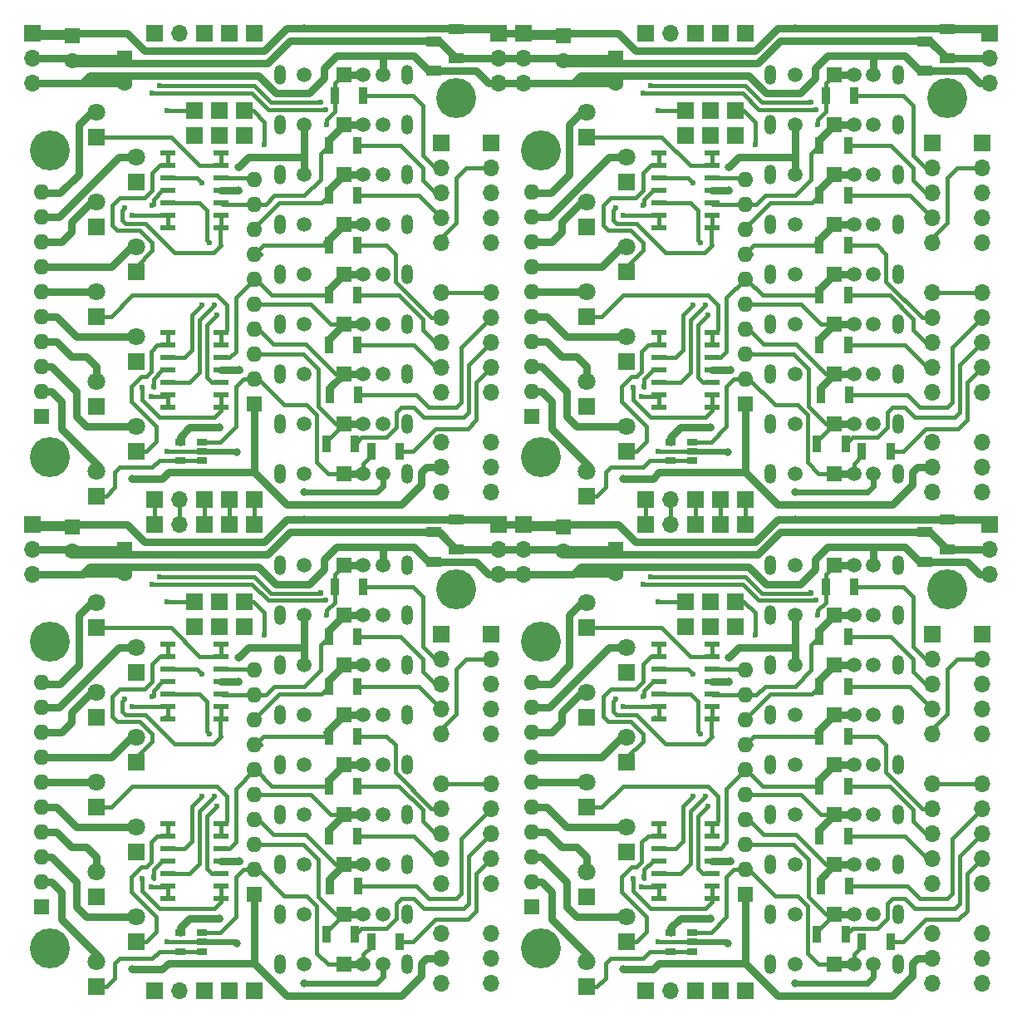
<source format=gbl>
G04 #@! TF.FileFunction,Copper,L2,Bot,Signal*
%FSLAX46Y46*%
G04 Gerber Fmt 4.6, Leading zero omitted, Abs format (unit mm)*
G04 Created by KiCad (PCBNEW 4.0.6) date 08/30/17 14:35:39*
%MOMM*%
%LPD*%
G01*
G04 APERTURE LIST*
%ADD10C,0.100000*%
%ADD11R,1.600000X1.600000*%
%ADD12C,1.600000*%
%ADD13C,4.064000*%
%ADD14R,1.600000X1.000000*%
%ADD15R,1.060000X0.650000*%
%ADD16R,1.500000X0.600000*%
%ADD17O,1.600000X1.600000*%
%ADD18R,0.900000X1.700000*%
%ADD19R,1.800000X1.800000*%
%ADD20C,1.800000*%
%ADD21O,1.200000X2.000000*%
%ADD22R,1.500000X1.500000*%
%ADD23C,1.500000*%
%ADD24R,1.700000X1.700000*%
%ADD25O,1.700000X1.700000*%
%ADD26C,0.600000*%
%ADD27C,0.800000*%
%ADD28C,0.400000*%
%ADD29C,0.800000*%
%ADD30C,0.600000*%
G04 APERTURE END LIST*
D10*
D11*
X155283000Y-151473000D03*
D12*
X155283000Y-153973000D03*
D13*
X102997000Y-163157000D03*
D11*
X110617000Y-153759000D03*
D12*
X110617000Y-156259000D03*
D11*
X105283000Y-151473000D03*
D12*
X105283000Y-153973000D03*
D14*
X142113000Y-152005000D03*
X142113000Y-155005000D03*
X144399000Y-150735000D03*
X144399000Y-153735000D03*
D15*
X118448000Y-192814000D03*
X118448000Y-193764000D03*
X118448000Y-194714000D03*
X116248000Y-194714000D03*
X116248000Y-192814000D03*
D16*
X120429000Y-181699000D03*
X120429000Y-182969000D03*
X120429000Y-184239000D03*
X120429000Y-185509000D03*
X120429000Y-186779000D03*
X120429000Y-188049000D03*
X120429000Y-189319000D03*
X115029000Y-189319000D03*
X115029000Y-188049000D03*
X115029000Y-186779000D03*
X115029000Y-185509000D03*
X115029000Y-184239000D03*
X115029000Y-182969000D03*
X115029000Y-181699000D03*
X120429000Y-163411000D03*
X120429000Y-164681000D03*
X120429000Y-165951000D03*
X120429000Y-167221000D03*
X120429000Y-168491000D03*
X120429000Y-169761000D03*
X120429000Y-171031000D03*
X115029000Y-171031000D03*
X115029000Y-169761000D03*
X115029000Y-168491000D03*
X115029000Y-167221000D03*
X115029000Y-165951000D03*
X115029000Y-164681000D03*
X115029000Y-163411000D03*
D11*
X123825000Y-188938000D03*
D17*
X123825000Y-186398000D03*
X123825000Y-183858000D03*
X123825000Y-181318000D03*
X123825000Y-178778000D03*
X123825000Y-176238000D03*
X123825000Y-173698000D03*
X123825000Y-171158000D03*
X123825000Y-168618000D03*
X123825000Y-166078000D03*
D11*
X102108000Y-190208000D03*
D17*
X102108000Y-187668000D03*
X102108000Y-185128000D03*
X102108000Y-182588000D03*
X102108000Y-180048000D03*
X102108000Y-177508000D03*
X102108000Y-174968000D03*
X102108000Y-172428000D03*
X102108000Y-169888000D03*
X102108000Y-167348000D03*
D18*
X138610000Y-193764000D03*
X135710000Y-193764000D03*
X134038000Y-193002000D03*
X131138000Y-193002000D03*
X134419000Y-188049000D03*
X131519000Y-188049000D03*
X134292000Y-182969000D03*
X131392000Y-182969000D03*
X134292000Y-177889000D03*
X131392000Y-177889000D03*
X134292000Y-172809000D03*
X131392000Y-172809000D03*
X134292000Y-167729000D03*
X131392000Y-167729000D03*
X134292000Y-162649000D03*
X131392000Y-162649000D03*
X134927000Y-157569000D03*
X132027000Y-157569000D03*
D19*
X107696000Y-198336000D03*
D20*
X107696000Y-195796000D03*
D19*
X111760000Y-193764000D03*
D20*
X111760000Y-191224000D03*
D19*
X107696000Y-189192000D03*
D20*
X107696000Y-186652000D03*
D19*
X111760000Y-184620000D03*
D20*
X111760000Y-182080000D03*
D19*
X107696000Y-180048000D03*
D20*
X107696000Y-177508000D03*
D19*
X111760000Y-175476000D03*
D20*
X111760000Y-172936000D03*
D19*
X107696000Y-170904000D03*
D20*
X107696000Y-168364000D03*
D19*
X111760000Y-166332000D03*
D20*
X111760000Y-163792000D03*
D19*
X107696000Y-161760000D03*
D20*
X107696000Y-159220000D03*
D21*
X126405000Y-196050000D03*
X139405000Y-196050000D03*
D22*
X132905000Y-196050000D03*
D23*
X134905000Y-196050000D03*
X136905000Y-196050000D03*
X128905000Y-196050000D03*
D21*
X126405000Y-190970000D03*
X139405000Y-190970000D03*
D22*
X132905000Y-190970000D03*
D23*
X134905000Y-190970000D03*
X136905000Y-190970000D03*
X128905000Y-190970000D03*
D21*
X126405000Y-185890000D03*
X139405000Y-185890000D03*
D22*
X132905000Y-185890000D03*
D23*
X134905000Y-185890000D03*
X136905000Y-185890000D03*
X128905000Y-185890000D03*
D21*
X126405000Y-180810000D03*
X139405000Y-180810000D03*
D22*
X132905000Y-180810000D03*
D23*
X134905000Y-180810000D03*
X136905000Y-180810000D03*
X128905000Y-180810000D03*
D21*
X126405000Y-175730000D03*
X139405000Y-175730000D03*
D22*
X132905000Y-175730000D03*
D23*
X134905000Y-175730000D03*
X136905000Y-175730000D03*
X128905000Y-175730000D03*
D21*
X126405000Y-170650000D03*
X139405000Y-170650000D03*
D22*
X132905000Y-170650000D03*
D23*
X134905000Y-170650000D03*
X136905000Y-170650000D03*
X128905000Y-170650000D03*
D21*
X126405000Y-165570000D03*
X139405000Y-165570000D03*
D22*
X132905000Y-165570000D03*
D23*
X134905000Y-165570000D03*
X136905000Y-165570000D03*
X128905000Y-165570000D03*
D21*
X126405000Y-160490000D03*
X139405000Y-160490000D03*
D22*
X132905000Y-160490000D03*
D23*
X134905000Y-160490000D03*
X136905000Y-160490000D03*
X128905000Y-160490000D03*
D21*
X126405000Y-155410000D03*
X139405000Y-155410000D03*
D22*
X132905000Y-155410000D03*
D23*
X134905000Y-155410000D03*
X136905000Y-155410000D03*
X128905000Y-155410000D03*
D24*
X147955000Y-162395000D03*
D25*
X147955000Y-164935000D03*
X147955000Y-167475000D03*
X147955000Y-170015000D03*
X147955000Y-172555000D03*
X147955000Y-177635000D03*
X147955000Y-180175000D03*
X147955000Y-182715000D03*
X147955000Y-185255000D03*
X147955000Y-187795000D03*
X147955000Y-192875000D03*
X147955000Y-195415000D03*
X147955000Y-197955000D03*
D24*
X142875000Y-162395000D03*
D25*
X142875000Y-164935000D03*
X142875000Y-167475000D03*
X142875000Y-170015000D03*
X142875000Y-172555000D03*
X142875000Y-177635000D03*
X142875000Y-180175000D03*
X142875000Y-182715000D03*
X142875000Y-185255000D03*
X142875000Y-187795000D03*
X142875000Y-192875000D03*
X142875000Y-195415000D03*
X142875000Y-197955000D03*
D24*
X148717000Y-151219000D03*
D25*
X148717000Y-153759000D03*
X148717000Y-156299000D03*
D24*
X123825000Y-198717000D03*
X113665000Y-198717000D03*
D25*
X116205000Y-198717000D03*
D24*
X113665000Y-151219000D03*
D25*
X116205000Y-151219000D03*
D24*
X122809000Y-161633000D03*
X101219000Y-151219000D03*
D25*
X101219000Y-153759000D03*
X101219000Y-156299000D03*
D24*
X120269000Y-161633000D03*
X117729000Y-161633000D03*
X118745000Y-198717000D03*
X121285000Y-198717000D03*
X122809000Y-159093000D03*
X120269000Y-159093000D03*
X123825000Y-151219000D03*
X121285000Y-151219000D03*
X118745000Y-151219000D03*
X117729000Y-159093000D03*
D13*
X102997000Y-194399000D03*
X144399000Y-157823000D03*
X194399000Y-157823000D03*
X152997000Y-194399000D03*
D24*
X167729000Y-159093000D03*
X168745000Y-151219000D03*
X171285000Y-151219000D03*
X173825000Y-151219000D03*
X170269000Y-159093000D03*
X172809000Y-159093000D03*
X171285000Y-198717000D03*
X168745000Y-198717000D03*
X167729000Y-161633000D03*
X170269000Y-161633000D03*
X151219000Y-151219000D03*
D25*
X151219000Y-153759000D03*
X151219000Y-156299000D03*
D24*
X172809000Y-161633000D03*
X163665000Y-151219000D03*
D25*
X166205000Y-151219000D03*
D24*
X163665000Y-198717000D03*
D25*
X166205000Y-198717000D03*
D24*
X173825000Y-198717000D03*
X198717000Y-151219000D03*
D25*
X198717000Y-153759000D03*
X198717000Y-156299000D03*
D24*
X192875000Y-162395000D03*
D25*
X192875000Y-164935000D03*
X192875000Y-167475000D03*
X192875000Y-170015000D03*
X192875000Y-172555000D03*
X192875000Y-177635000D03*
X192875000Y-180175000D03*
X192875000Y-182715000D03*
X192875000Y-185255000D03*
X192875000Y-187795000D03*
X192875000Y-192875000D03*
X192875000Y-195415000D03*
X192875000Y-197955000D03*
D24*
X197955000Y-162395000D03*
D25*
X197955000Y-164935000D03*
X197955000Y-167475000D03*
X197955000Y-170015000D03*
X197955000Y-172555000D03*
X197955000Y-177635000D03*
X197955000Y-180175000D03*
X197955000Y-182715000D03*
X197955000Y-185255000D03*
X197955000Y-187795000D03*
X197955000Y-192875000D03*
X197955000Y-195415000D03*
X197955000Y-197955000D03*
D21*
X176405000Y-155410000D03*
X189405000Y-155410000D03*
D22*
X182905000Y-155410000D03*
D23*
X184905000Y-155410000D03*
X186905000Y-155410000D03*
X178905000Y-155410000D03*
D21*
X176405000Y-160490000D03*
X189405000Y-160490000D03*
D22*
X182905000Y-160490000D03*
D23*
X184905000Y-160490000D03*
X186905000Y-160490000D03*
X178905000Y-160490000D03*
D21*
X176405000Y-165570000D03*
X189405000Y-165570000D03*
D22*
X182905000Y-165570000D03*
D23*
X184905000Y-165570000D03*
X186905000Y-165570000D03*
X178905000Y-165570000D03*
D21*
X176405000Y-170650000D03*
X189405000Y-170650000D03*
D22*
X182905000Y-170650000D03*
D23*
X184905000Y-170650000D03*
X186905000Y-170650000D03*
X178905000Y-170650000D03*
D21*
X176405000Y-175730000D03*
X189405000Y-175730000D03*
D22*
X182905000Y-175730000D03*
D23*
X184905000Y-175730000D03*
X186905000Y-175730000D03*
X178905000Y-175730000D03*
D21*
X176405000Y-180810000D03*
X189405000Y-180810000D03*
D22*
X182905000Y-180810000D03*
D23*
X184905000Y-180810000D03*
X186905000Y-180810000D03*
X178905000Y-180810000D03*
D21*
X176405000Y-185890000D03*
X189405000Y-185890000D03*
D22*
X182905000Y-185890000D03*
D23*
X184905000Y-185890000D03*
X186905000Y-185890000D03*
X178905000Y-185890000D03*
D21*
X176405000Y-190970000D03*
X189405000Y-190970000D03*
D22*
X182905000Y-190970000D03*
D23*
X184905000Y-190970000D03*
X186905000Y-190970000D03*
X178905000Y-190970000D03*
D21*
X176405000Y-196050000D03*
X189405000Y-196050000D03*
D22*
X182905000Y-196050000D03*
D23*
X184905000Y-196050000D03*
X186905000Y-196050000D03*
X178905000Y-196050000D03*
D19*
X157696000Y-161760000D03*
D20*
X157696000Y-159220000D03*
D19*
X161760000Y-166332000D03*
D20*
X161760000Y-163792000D03*
D19*
X157696000Y-170904000D03*
D20*
X157696000Y-168364000D03*
D19*
X161760000Y-175476000D03*
D20*
X161760000Y-172936000D03*
D19*
X157696000Y-180048000D03*
D20*
X157696000Y-177508000D03*
D19*
X161760000Y-184620000D03*
D20*
X161760000Y-182080000D03*
D19*
X157696000Y-189192000D03*
D20*
X157696000Y-186652000D03*
D19*
X161760000Y-193764000D03*
D20*
X161760000Y-191224000D03*
D19*
X157696000Y-198336000D03*
D20*
X157696000Y-195796000D03*
D18*
X184927000Y-157569000D03*
X182027000Y-157569000D03*
X184292000Y-162649000D03*
X181392000Y-162649000D03*
X184292000Y-167729000D03*
X181392000Y-167729000D03*
X184292000Y-172809000D03*
X181392000Y-172809000D03*
X184292000Y-177889000D03*
X181392000Y-177889000D03*
X184292000Y-182969000D03*
X181392000Y-182969000D03*
X184419000Y-188049000D03*
X181519000Y-188049000D03*
X184038000Y-193002000D03*
X181138000Y-193002000D03*
X188610000Y-193764000D03*
X185710000Y-193764000D03*
D11*
X152108000Y-190208000D03*
D17*
X152108000Y-187668000D03*
X152108000Y-185128000D03*
X152108000Y-182588000D03*
X152108000Y-180048000D03*
X152108000Y-177508000D03*
X152108000Y-174968000D03*
X152108000Y-172428000D03*
X152108000Y-169888000D03*
X152108000Y-167348000D03*
D11*
X173825000Y-188938000D03*
D17*
X173825000Y-186398000D03*
X173825000Y-183858000D03*
X173825000Y-181318000D03*
X173825000Y-178778000D03*
X173825000Y-176238000D03*
X173825000Y-173698000D03*
X173825000Y-171158000D03*
X173825000Y-168618000D03*
X173825000Y-166078000D03*
D16*
X170429000Y-163411000D03*
X170429000Y-164681000D03*
X170429000Y-165951000D03*
X170429000Y-167221000D03*
X170429000Y-168491000D03*
X170429000Y-169761000D03*
X170429000Y-171031000D03*
X165029000Y-171031000D03*
X165029000Y-169761000D03*
X165029000Y-168491000D03*
X165029000Y-167221000D03*
X165029000Y-165951000D03*
X165029000Y-164681000D03*
X165029000Y-163411000D03*
X170429000Y-181699000D03*
X170429000Y-182969000D03*
X170429000Y-184239000D03*
X170429000Y-185509000D03*
X170429000Y-186779000D03*
X170429000Y-188049000D03*
X170429000Y-189319000D03*
X165029000Y-189319000D03*
X165029000Y-188049000D03*
X165029000Y-186779000D03*
X165029000Y-185509000D03*
X165029000Y-184239000D03*
X165029000Y-182969000D03*
X165029000Y-181699000D03*
D15*
X168448000Y-192814000D03*
X168448000Y-193764000D03*
X168448000Y-194714000D03*
X166248000Y-194714000D03*
X166248000Y-192814000D03*
D14*
X194399000Y-150735000D03*
X194399000Y-153735000D03*
X192113000Y-152005000D03*
X192113000Y-155005000D03*
D11*
X160617000Y-153759000D03*
D12*
X160617000Y-156259000D03*
D13*
X152997000Y-163157000D03*
X152997000Y-113157000D03*
D11*
X160617000Y-103759000D03*
D12*
X160617000Y-106259000D03*
D11*
X155283000Y-101473000D03*
D12*
X155283000Y-103973000D03*
D14*
X192113000Y-102005000D03*
X192113000Y-105005000D03*
X194399000Y-100735000D03*
X194399000Y-103735000D03*
D15*
X168448000Y-142814000D03*
X168448000Y-143764000D03*
X168448000Y-144714000D03*
X166248000Y-144714000D03*
X166248000Y-142814000D03*
D16*
X170429000Y-131699000D03*
X170429000Y-132969000D03*
X170429000Y-134239000D03*
X170429000Y-135509000D03*
X170429000Y-136779000D03*
X170429000Y-138049000D03*
X170429000Y-139319000D03*
X165029000Y-139319000D03*
X165029000Y-138049000D03*
X165029000Y-136779000D03*
X165029000Y-135509000D03*
X165029000Y-134239000D03*
X165029000Y-132969000D03*
X165029000Y-131699000D03*
X170429000Y-113411000D03*
X170429000Y-114681000D03*
X170429000Y-115951000D03*
X170429000Y-117221000D03*
X170429000Y-118491000D03*
X170429000Y-119761000D03*
X170429000Y-121031000D03*
X165029000Y-121031000D03*
X165029000Y-119761000D03*
X165029000Y-118491000D03*
X165029000Y-117221000D03*
X165029000Y-115951000D03*
X165029000Y-114681000D03*
X165029000Y-113411000D03*
D11*
X173825000Y-138938000D03*
D17*
X173825000Y-136398000D03*
X173825000Y-133858000D03*
X173825000Y-131318000D03*
X173825000Y-128778000D03*
X173825000Y-126238000D03*
X173825000Y-123698000D03*
X173825000Y-121158000D03*
X173825000Y-118618000D03*
X173825000Y-116078000D03*
D11*
X152108000Y-140208000D03*
D17*
X152108000Y-137668000D03*
X152108000Y-135128000D03*
X152108000Y-132588000D03*
X152108000Y-130048000D03*
X152108000Y-127508000D03*
X152108000Y-124968000D03*
X152108000Y-122428000D03*
X152108000Y-119888000D03*
X152108000Y-117348000D03*
D18*
X188610000Y-143764000D03*
X185710000Y-143764000D03*
X184038000Y-143002000D03*
X181138000Y-143002000D03*
X184419000Y-138049000D03*
X181519000Y-138049000D03*
X184292000Y-132969000D03*
X181392000Y-132969000D03*
X184292000Y-127889000D03*
X181392000Y-127889000D03*
X184292000Y-122809000D03*
X181392000Y-122809000D03*
X184292000Y-117729000D03*
X181392000Y-117729000D03*
X184292000Y-112649000D03*
X181392000Y-112649000D03*
X184927000Y-107569000D03*
X182027000Y-107569000D03*
D19*
X157696000Y-148336000D03*
D20*
X157696000Y-145796000D03*
D19*
X161760000Y-143764000D03*
D20*
X161760000Y-141224000D03*
D19*
X157696000Y-139192000D03*
D20*
X157696000Y-136652000D03*
D19*
X161760000Y-134620000D03*
D20*
X161760000Y-132080000D03*
D19*
X157696000Y-130048000D03*
D20*
X157696000Y-127508000D03*
D19*
X161760000Y-125476000D03*
D20*
X161760000Y-122936000D03*
D19*
X157696000Y-120904000D03*
D20*
X157696000Y-118364000D03*
D19*
X161760000Y-116332000D03*
D20*
X161760000Y-113792000D03*
D19*
X157696000Y-111760000D03*
D20*
X157696000Y-109220000D03*
D21*
X176405000Y-146050000D03*
X189405000Y-146050000D03*
D22*
X182905000Y-146050000D03*
D23*
X184905000Y-146050000D03*
X186905000Y-146050000D03*
X178905000Y-146050000D03*
D21*
X176405000Y-140970000D03*
X189405000Y-140970000D03*
D22*
X182905000Y-140970000D03*
D23*
X184905000Y-140970000D03*
X186905000Y-140970000D03*
X178905000Y-140970000D03*
D21*
X176405000Y-135890000D03*
X189405000Y-135890000D03*
D22*
X182905000Y-135890000D03*
D23*
X184905000Y-135890000D03*
X186905000Y-135890000D03*
X178905000Y-135890000D03*
D21*
X176405000Y-130810000D03*
X189405000Y-130810000D03*
D22*
X182905000Y-130810000D03*
D23*
X184905000Y-130810000D03*
X186905000Y-130810000D03*
X178905000Y-130810000D03*
D21*
X176405000Y-125730000D03*
X189405000Y-125730000D03*
D22*
X182905000Y-125730000D03*
D23*
X184905000Y-125730000D03*
X186905000Y-125730000D03*
X178905000Y-125730000D03*
D21*
X176405000Y-120650000D03*
X189405000Y-120650000D03*
D22*
X182905000Y-120650000D03*
D23*
X184905000Y-120650000D03*
X186905000Y-120650000D03*
X178905000Y-120650000D03*
D21*
X176405000Y-115570000D03*
X189405000Y-115570000D03*
D22*
X182905000Y-115570000D03*
D23*
X184905000Y-115570000D03*
X186905000Y-115570000D03*
X178905000Y-115570000D03*
D21*
X176405000Y-110490000D03*
X189405000Y-110490000D03*
D22*
X182905000Y-110490000D03*
D23*
X184905000Y-110490000D03*
X186905000Y-110490000D03*
X178905000Y-110490000D03*
D21*
X176405000Y-105410000D03*
X189405000Y-105410000D03*
D22*
X182905000Y-105410000D03*
D23*
X184905000Y-105410000D03*
X186905000Y-105410000D03*
X178905000Y-105410000D03*
D24*
X197955000Y-112395000D03*
D25*
X197955000Y-114935000D03*
X197955000Y-117475000D03*
X197955000Y-120015000D03*
X197955000Y-122555000D03*
X197955000Y-127635000D03*
X197955000Y-130175000D03*
X197955000Y-132715000D03*
X197955000Y-135255000D03*
X197955000Y-137795000D03*
X197955000Y-142875000D03*
X197955000Y-145415000D03*
X197955000Y-147955000D03*
D24*
X192875000Y-112395000D03*
D25*
X192875000Y-114935000D03*
X192875000Y-117475000D03*
X192875000Y-120015000D03*
X192875000Y-122555000D03*
X192875000Y-127635000D03*
X192875000Y-130175000D03*
X192875000Y-132715000D03*
X192875000Y-135255000D03*
X192875000Y-137795000D03*
X192875000Y-142875000D03*
X192875000Y-145415000D03*
X192875000Y-147955000D03*
D24*
X198717000Y-101219000D03*
D25*
X198717000Y-103759000D03*
X198717000Y-106299000D03*
D24*
X173825000Y-148717000D03*
X163665000Y-148717000D03*
D25*
X166205000Y-148717000D03*
D24*
X163665000Y-101219000D03*
D25*
X166205000Y-101219000D03*
D24*
X172809000Y-111633000D03*
X151219000Y-101219000D03*
D25*
X151219000Y-103759000D03*
X151219000Y-106299000D03*
D24*
X170269000Y-111633000D03*
X167729000Y-111633000D03*
X168745000Y-148717000D03*
X171285000Y-148717000D03*
X172809000Y-109093000D03*
X170269000Y-109093000D03*
X173825000Y-101219000D03*
X171285000Y-101219000D03*
X168745000Y-101219000D03*
X167729000Y-109093000D03*
D13*
X152997000Y-144399000D03*
X194399000Y-107823000D03*
X144399000Y-107823000D03*
X102997000Y-144399000D03*
D24*
X117729000Y-109093000D03*
X118745000Y-101219000D03*
X121285000Y-101219000D03*
X123825000Y-101219000D03*
X120269000Y-109093000D03*
X122809000Y-109093000D03*
X121285000Y-148717000D03*
X118745000Y-148717000D03*
X117729000Y-111633000D03*
X120269000Y-111633000D03*
X101219000Y-101219000D03*
D25*
X101219000Y-103759000D03*
X101219000Y-106299000D03*
D24*
X122809000Y-111633000D03*
X113665000Y-101219000D03*
D25*
X116205000Y-101219000D03*
D24*
X113665000Y-148717000D03*
D25*
X116205000Y-148717000D03*
D24*
X123825000Y-148717000D03*
X148717000Y-101219000D03*
D25*
X148717000Y-103759000D03*
X148717000Y-106299000D03*
D24*
X142875000Y-112395000D03*
D25*
X142875000Y-114935000D03*
X142875000Y-117475000D03*
X142875000Y-120015000D03*
X142875000Y-122555000D03*
X142875000Y-127635000D03*
X142875000Y-130175000D03*
X142875000Y-132715000D03*
X142875000Y-135255000D03*
X142875000Y-137795000D03*
X142875000Y-142875000D03*
X142875000Y-145415000D03*
X142875000Y-147955000D03*
D24*
X147955000Y-112395000D03*
D25*
X147955000Y-114935000D03*
X147955000Y-117475000D03*
X147955000Y-120015000D03*
X147955000Y-122555000D03*
X147955000Y-127635000D03*
X147955000Y-130175000D03*
X147955000Y-132715000D03*
X147955000Y-135255000D03*
X147955000Y-137795000D03*
X147955000Y-142875000D03*
X147955000Y-145415000D03*
X147955000Y-147955000D03*
D21*
X126405000Y-105410000D03*
X139405000Y-105410000D03*
D22*
X132905000Y-105410000D03*
D23*
X134905000Y-105410000D03*
X136905000Y-105410000D03*
X128905000Y-105410000D03*
D21*
X126405000Y-110490000D03*
X139405000Y-110490000D03*
D22*
X132905000Y-110490000D03*
D23*
X134905000Y-110490000D03*
X136905000Y-110490000D03*
X128905000Y-110490000D03*
D21*
X126405000Y-115570000D03*
X139405000Y-115570000D03*
D22*
X132905000Y-115570000D03*
D23*
X134905000Y-115570000D03*
X136905000Y-115570000D03*
X128905000Y-115570000D03*
D21*
X126405000Y-120650000D03*
X139405000Y-120650000D03*
D22*
X132905000Y-120650000D03*
D23*
X134905000Y-120650000D03*
X136905000Y-120650000D03*
X128905000Y-120650000D03*
D21*
X126405000Y-125730000D03*
X139405000Y-125730000D03*
D22*
X132905000Y-125730000D03*
D23*
X134905000Y-125730000D03*
X136905000Y-125730000D03*
X128905000Y-125730000D03*
D21*
X126405000Y-130810000D03*
X139405000Y-130810000D03*
D22*
X132905000Y-130810000D03*
D23*
X134905000Y-130810000D03*
X136905000Y-130810000D03*
X128905000Y-130810000D03*
D21*
X126405000Y-135890000D03*
X139405000Y-135890000D03*
D22*
X132905000Y-135890000D03*
D23*
X134905000Y-135890000D03*
X136905000Y-135890000D03*
X128905000Y-135890000D03*
D21*
X126405000Y-140970000D03*
X139405000Y-140970000D03*
D22*
X132905000Y-140970000D03*
D23*
X134905000Y-140970000D03*
X136905000Y-140970000D03*
X128905000Y-140970000D03*
D21*
X126405000Y-146050000D03*
X139405000Y-146050000D03*
D22*
X132905000Y-146050000D03*
D23*
X134905000Y-146050000D03*
X136905000Y-146050000D03*
X128905000Y-146050000D03*
D19*
X107696000Y-111760000D03*
D20*
X107696000Y-109220000D03*
D19*
X111760000Y-116332000D03*
D20*
X111760000Y-113792000D03*
D19*
X107696000Y-120904000D03*
D20*
X107696000Y-118364000D03*
D19*
X111760000Y-125476000D03*
D20*
X111760000Y-122936000D03*
D19*
X107696000Y-130048000D03*
D20*
X107696000Y-127508000D03*
D19*
X111760000Y-134620000D03*
D20*
X111760000Y-132080000D03*
D19*
X107696000Y-139192000D03*
D20*
X107696000Y-136652000D03*
D19*
X111760000Y-143764000D03*
D20*
X111760000Y-141224000D03*
D19*
X107696000Y-148336000D03*
D20*
X107696000Y-145796000D03*
D18*
X134927000Y-107569000D03*
X132027000Y-107569000D03*
X134292000Y-112649000D03*
X131392000Y-112649000D03*
X134292000Y-117729000D03*
X131392000Y-117729000D03*
X134292000Y-122809000D03*
X131392000Y-122809000D03*
X134292000Y-127889000D03*
X131392000Y-127889000D03*
X134292000Y-132969000D03*
X131392000Y-132969000D03*
X134419000Y-138049000D03*
X131519000Y-138049000D03*
X134038000Y-143002000D03*
X131138000Y-143002000D03*
X138610000Y-143764000D03*
X135710000Y-143764000D03*
D11*
X102108000Y-140208000D03*
D17*
X102108000Y-137668000D03*
X102108000Y-135128000D03*
X102108000Y-132588000D03*
X102108000Y-130048000D03*
X102108000Y-127508000D03*
X102108000Y-124968000D03*
X102108000Y-122428000D03*
X102108000Y-119888000D03*
X102108000Y-117348000D03*
D11*
X123825000Y-138938000D03*
D17*
X123825000Y-136398000D03*
X123825000Y-133858000D03*
X123825000Y-131318000D03*
X123825000Y-128778000D03*
X123825000Y-126238000D03*
X123825000Y-123698000D03*
X123825000Y-121158000D03*
X123825000Y-118618000D03*
X123825000Y-116078000D03*
D16*
X120429000Y-113411000D03*
X120429000Y-114681000D03*
X120429000Y-115951000D03*
X120429000Y-117221000D03*
X120429000Y-118491000D03*
X120429000Y-119761000D03*
X120429000Y-121031000D03*
X115029000Y-121031000D03*
X115029000Y-119761000D03*
X115029000Y-118491000D03*
X115029000Y-117221000D03*
X115029000Y-115951000D03*
X115029000Y-114681000D03*
X115029000Y-113411000D03*
X120429000Y-131699000D03*
X120429000Y-132969000D03*
X120429000Y-134239000D03*
X120429000Y-135509000D03*
X120429000Y-136779000D03*
X120429000Y-138049000D03*
X120429000Y-139319000D03*
X115029000Y-139319000D03*
X115029000Y-138049000D03*
X115029000Y-136779000D03*
X115029000Y-135509000D03*
X115029000Y-134239000D03*
X115029000Y-132969000D03*
X115029000Y-131699000D03*
D15*
X118448000Y-142814000D03*
X118448000Y-143764000D03*
X118448000Y-144714000D03*
X116248000Y-144714000D03*
X116248000Y-142814000D03*
D14*
X144399000Y-100735000D03*
X144399000Y-103735000D03*
X142113000Y-102005000D03*
X142113000Y-105005000D03*
D11*
X105283000Y-101473000D03*
D12*
X105283000Y-103973000D03*
D11*
X110617000Y-103759000D03*
D12*
X110617000Y-106259000D03*
D13*
X102997000Y-113157000D03*
D26*
X131064000Y-158966000D03*
X113411000Y-157315000D03*
X163411000Y-157315000D03*
X181064000Y-158966000D03*
X181064000Y-108966000D03*
X163411000Y-107315000D03*
X113411000Y-107315000D03*
X131064000Y-108966000D03*
X114173000Y-156553000D03*
X130556000Y-158204000D03*
X180556000Y-158204000D03*
X164173000Y-156553000D03*
X164173000Y-106553000D03*
X180556000Y-108204000D03*
X130556000Y-108204000D03*
X114173000Y-106553000D03*
X114935000Y-159093000D03*
X124841000Y-162522000D03*
X174841000Y-162522000D03*
X164935000Y-159093000D03*
X164935000Y-109093000D03*
X174841000Y-112522000D03*
X124841000Y-112522000D03*
X114935000Y-109093000D03*
D27*
X122301000Y-185509000D03*
X120269000Y-191351000D03*
X128905000Y-150711000D03*
X122174000Y-167221000D03*
X122174000Y-164808000D03*
X172174000Y-164808000D03*
X172174000Y-167221000D03*
X178905000Y-150711000D03*
X170269000Y-191351000D03*
X172301000Y-185509000D03*
X172301000Y-135509000D03*
X170269000Y-141351000D03*
X178905000Y-100711000D03*
X172174000Y-117221000D03*
X172174000Y-114808000D03*
X122174000Y-114808000D03*
X122174000Y-117221000D03*
X128905000Y-100711000D03*
X120269000Y-141351000D03*
X122301000Y-135509000D03*
X111379000Y-196558000D03*
X161379000Y-196558000D03*
X161379000Y-146558000D03*
X111379000Y-146558000D03*
D26*
X114935000Y-193764000D03*
X113538000Y-187160000D03*
D27*
X122047000Y-193891000D03*
X128905000Y-197955000D03*
D26*
X113411000Y-168745000D03*
X163411000Y-168745000D03*
D27*
X178905000Y-197955000D03*
X172047000Y-193891000D03*
D26*
X163538000Y-187160000D03*
X164935000Y-193764000D03*
X164935000Y-143764000D03*
X163538000Y-137160000D03*
D27*
X172047000Y-143891000D03*
X178905000Y-147955000D03*
D26*
X163411000Y-118745000D03*
X113411000Y-118745000D03*
D27*
X128905000Y-147955000D03*
X122047000Y-143891000D03*
D26*
X113538000Y-137160000D03*
X114935000Y-143764000D03*
X110617000Y-168999000D03*
X160617000Y-168999000D03*
X160617000Y-118999000D03*
X110617000Y-118999000D03*
X111379000Y-169761000D03*
X161379000Y-169761000D03*
X161379000Y-119761000D03*
X111379000Y-119761000D03*
X112395000Y-187287000D03*
X162395000Y-187287000D03*
X162395000Y-137287000D03*
X112395000Y-137287000D03*
X113284000Y-188176000D03*
X163284000Y-188176000D03*
X163284000Y-138176000D03*
X113284000Y-138176000D03*
X131191000Y-160490000D03*
X181191000Y-160490000D03*
X181191000Y-110490000D03*
X131191000Y-110490000D03*
X119253000Y-172555000D03*
X169253000Y-172555000D03*
X169253000Y-122555000D03*
X119253000Y-122555000D03*
X118491000Y-166459000D03*
X168491000Y-166459000D03*
X168491000Y-116459000D03*
X118491000Y-116459000D03*
X120015000Y-179921000D03*
X170015000Y-179921000D03*
X170015000Y-129921000D03*
X120015000Y-129921000D03*
X119761000Y-178905000D03*
X169761000Y-178905000D03*
X169761000Y-128905000D03*
X119761000Y-128905000D03*
X118491000Y-178905000D03*
X168491000Y-178905000D03*
X168491000Y-128905000D03*
X118491000Y-128905000D03*
D28*
X142240000Y-164935000D02*
X142875000Y-164935000D01*
X139954000Y-157569000D02*
X140970000Y-158585000D01*
X140970000Y-158585000D02*
X140970000Y-163665000D01*
X140970000Y-163665000D02*
X142240000Y-164935000D01*
X134800000Y-157569000D02*
X139954000Y-157569000D01*
X184800000Y-157569000D02*
X189954000Y-157569000D01*
X190970000Y-163665000D02*
X192240000Y-164935000D01*
X190970000Y-158585000D02*
X190970000Y-163665000D01*
X189954000Y-157569000D02*
X190970000Y-158585000D01*
X192240000Y-164935000D02*
X192875000Y-164935000D01*
X192240000Y-114935000D02*
X192875000Y-114935000D01*
X189954000Y-107569000D02*
X190970000Y-108585000D01*
X190970000Y-108585000D02*
X190970000Y-113665000D01*
X190970000Y-113665000D02*
X192240000Y-114935000D01*
X184800000Y-107569000D02*
X189954000Y-107569000D01*
X134800000Y-107569000D02*
X139954000Y-107569000D01*
X140970000Y-113665000D02*
X142240000Y-114935000D01*
X140970000Y-108585000D02*
X140970000Y-113665000D01*
X139954000Y-107569000D02*
X140970000Y-108585000D01*
X142240000Y-114935000D02*
X142875000Y-114935000D01*
X142240000Y-167475000D02*
X142875000Y-167475000D01*
X138684000Y-162649000D02*
X140970000Y-164935000D01*
X140970000Y-164935000D02*
X140970000Y-166205000D01*
X140970000Y-166205000D02*
X142240000Y-167475000D01*
X134292000Y-162649000D02*
X138684000Y-162649000D01*
X184292000Y-162649000D02*
X188684000Y-162649000D01*
X190970000Y-166205000D02*
X192240000Y-167475000D01*
X190970000Y-164935000D02*
X190970000Y-166205000D01*
X188684000Y-162649000D02*
X190970000Y-164935000D01*
X192240000Y-167475000D02*
X192875000Y-167475000D01*
X192240000Y-117475000D02*
X192875000Y-117475000D01*
X188684000Y-112649000D02*
X190970000Y-114935000D01*
X190970000Y-114935000D02*
X190970000Y-116205000D01*
X190970000Y-116205000D02*
X192240000Y-117475000D01*
X184292000Y-112649000D02*
X188684000Y-112649000D01*
X134292000Y-112649000D02*
X138684000Y-112649000D01*
X140970000Y-116205000D02*
X142240000Y-117475000D01*
X140970000Y-114935000D02*
X140970000Y-116205000D01*
X138684000Y-112649000D02*
X140970000Y-114935000D01*
X142240000Y-117475000D02*
X142875000Y-117475000D01*
X140589000Y-167729000D02*
X142875000Y-170015000D01*
X134292000Y-167729000D02*
X140589000Y-167729000D01*
X184292000Y-167729000D02*
X190589000Y-167729000D01*
X190589000Y-167729000D02*
X192875000Y-170015000D01*
X190589000Y-117729000D02*
X192875000Y-120015000D01*
X184292000Y-117729000D02*
X190589000Y-117729000D01*
X134292000Y-117729000D02*
X140589000Y-117729000D01*
X140589000Y-117729000D02*
X142875000Y-120015000D01*
X137287000Y-172809000D02*
X138176000Y-173698000D01*
X138176000Y-173698000D02*
X138176000Y-176492000D01*
X138176000Y-176492000D02*
X141859000Y-180175000D01*
X141859000Y-180175000D02*
X142875000Y-180175000D01*
X134292000Y-172809000D02*
X137287000Y-172809000D01*
X184292000Y-172809000D02*
X187287000Y-172809000D01*
X191859000Y-180175000D02*
X192875000Y-180175000D01*
X188176000Y-176492000D02*
X191859000Y-180175000D01*
X188176000Y-173698000D02*
X188176000Y-176492000D01*
X187287000Y-172809000D02*
X188176000Y-173698000D01*
X187287000Y-122809000D02*
X188176000Y-123698000D01*
X188176000Y-123698000D02*
X188176000Y-126492000D01*
X188176000Y-126492000D02*
X191859000Y-130175000D01*
X191859000Y-130175000D02*
X192875000Y-130175000D01*
X184292000Y-122809000D02*
X187287000Y-122809000D01*
X134292000Y-122809000D02*
X137287000Y-122809000D01*
X141859000Y-130175000D02*
X142875000Y-130175000D01*
X138176000Y-126492000D02*
X141859000Y-130175000D01*
X138176000Y-123698000D02*
X138176000Y-126492000D01*
X137287000Y-122809000D02*
X138176000Y-123698000D01*
X138557000Y-177889000D02*
X134292000Y-177889000D01*
X140970000Y-180302000D02*
X138557000Y-177889000D01*
X140970000Y-181445000D02*
X140970000Y-180302000D01*
X142240000Y-182715000D02*
X140970000Y-181445000D01*
X142875000Y-182715000D02*
X142240000Y-182715000D01*
X192875000Y-182715000D02*
X192240000Y-182715000D01*
X192240000Y-182715000D02*
X190970000Y-181445000D01*
X190970000Y-181445000D02*
X190970000Y-180302000D01*
X190970000Y-180302000D02*
X188557000Y-177889000D01*
X188557000Y-177889000D02*
X184292000Y-177889000D01*
X188557000Y-127889000D02*
X184292000Y-127889000D01*
X190970000Y-130302000D02*
X188557000Y-127889000D01*
X190970000Y-131445000D02*
X190970000Y-130302000D01*
X192240000Y-132715000D02*
X190970000Y-131445000D01*
X192875000Y-132715000D02*
X192240000Y-132715000D01*
X142875000Y-132715000D02*
X142240000Y-132715000D01*
X142240000Y-132715000D02*
X140970000Y-131445000D01*
X140970000Y-131445000D02*
X140970000Y-130302000D01*
X140970000Y-130302000D02*
X138557000Y-127889000D01*
X138557000Y-127889000D02*
X134292000Y-127889000D01*
X140081000Y-182969000D02*
X134292000Y-182969000D01*
X142367000Y-185255000D02*
X140081000Y-182969000D01*
X142875000Y-185255000D02*
X142367000Y-185255000D01*
X192875000Y-185255000D02*
X192367000Y-185255000D01*
X192367000Y-185255000D02*
X190081000Y-182969000D01*
X190081000Y-182969000D02*
X184292000Y-182969000D01*
X190081000Y-132969000D02*
X184292000Y-132969000D01*
X192367000Y-135255000D02*
X190081000Y-132969000D01*
X192875000Y-135255000D02*
X192367000Y-135255000D01*
X142875000Y-135255000D02*
X142367000Y-135255000D01*
X142367000Y-135255000D02*
X140081000Y-132969000D01*
X140081000Y-132969000D02*
X134292000Y-132969000D01*
X140335000Y-188049000D02*
X141605000Y-189319000D01*
X141605000Y-189319000D02*
X144399000Y-189319000D01*
X144399000Y-189319000D02*
X144907000Y-188811000D01*
X144907000Y-188811000D02*
X144907000Y-183223000D01*
X144907000Y-183223000D02*
X147955000Y-180175000D01*
X134419000Y-188049000D02*
X140335000Y-188049000D01*
X184419000Y-188049000D02*
X190335000Y-188049000D01*
X194907000Y-183223000D02*
X197955000Y-180175000D01*
X194907000Y-188811000D02*
X194907000Y-183223000D01*
X194399000Y-189319000D02*
X194907000Y-188811000D01*
X191605000Y-189319000D02*
X194399000Y-189319000D01*
X190335000Y-188049000D02*
X191605000Y-189319000D01*
X190335000Y-138049000D02*
X191605000Y-139319000D01*
X191605000Y-139319000D02*
X194399000Y-139319000D01*
X194399000Y-139319000D02*
X194907000Y-138811000D01*
X194907000Y-138811000D02*
X194907000Y-133223000D01*
X194907000Y-133223000D02*
X197955000Y-130175000D01*
X184419000Y-138049000D02*
X190335000Y-138049000D01*
X134419000Y-138049000D02*
X140335000Y-138049000D01*
X144907000Y-133223000D02*
X147955000Y-130175000D01*
X144907000Y-138811000D02*
X144907000Y-133223000D01*
X144399000Y-139319000D02*
X144907000Y-138811000D01*
X141605000Y-139319000D02*
X144399000Y-139319000D01*
X140335000Y-138049000D02*
X141605000Y-139319000D01*
X134038000Y-193002000D02*
X134038000Y-192822000D01*
X134747000Y-192367000D02*
X137287000Y-192367000D01*
X137287000Y-192367000D02*
X138303000Y-191351000D01*
X138303000Y-191351000D02*
X138303000Y-189827000D01*
X138303000Y-189827000D02*
X138811000Y-189319000D01*
X138811000Y-189319000D02*
X140081000Y-189319000D01*
X140081000Y-189319000D02*
X141097000Y-190335000D01*
X141097000Y-190335000D02*
X145161000Y-190335000D01*
X145161000Y-190335000D02*
X145669000Y-189827000D01*
X145669000Y-189827000D02*
X145669000Y-185001000D01*
X145669000Y-185001000D02*
X147955000Y-182715000D01*
X134112000Y-193002000D02*
X134747000Y-192367000D01*
X134038000Y-193002000D02*
X134112000Y-193002000D01*
X184038000Y-193002000D02*
X184112000Y-193002000D01*
X184112000Y-193002000D02*
X184747000Y-192367000D01*
X195669000Y-185001000D02*
X197955000Y-182715000D01*
X195669000Y-189827000D02*
X195669000Y-185001000D01*
X195161000Y-190335000D02*
X195669000Y-189827000D01*
X191097000Y-190335000D02*
X195161000Y-190335000D01*
X190081000Y-189319000D02*
X191097000Y-190335000D01*
X188811000Y-189319000D02*
X190081000Y-189319000D01*
X188303000Y-189827000D02*
X188811000Y-189319000D01*
X188303000Y-191351000D02*
X188303000Y-189827000D01*
X187287000Y-192367000D02*
X188303000Y-191351000D01*
X184747000Y-192367000D02*
X187287000Y-192367000D01*
X184038000Y-193002000D02*
X184038000Y-192822000D01*
X184038000Y-143002000D02*
X184038000Y-142822000D01*
X184747000Y-142367000D02*
X187287000Y-142367000D01*
X187287000Y-142367000D02*
X188303000Y-141351000D01*
X188303000Y-141351000D02*
X188303000Y-139827000D01*
X188303000Y-139827000D02*
X188811000Y-139319000D01*
X188811000Y-139319000D02*
X190081000Y-139319000D01*
X190081000Y-139319000D02*
X191097000Y-140335000D01*
X191097000Y-140335000D02*
X195161000Y-140335000D01*
X195161000Y-140335000D02*
X195669000Y-139827000D01*
X195669000Y-139827000D02*
X195669000Y-135001000D01*
X195669000Y-135001000D02*
X197955000Y-132715000D01*
X184112000Y-143002000D02*
X184747000Y-142367000D01*
X184038000Y-143002000D02*
X184112000Y-143002000D01*
X134038000Y-143002000D02*
X134112000Y-143002000D01*
X134112000Y-143002000D02*
X134747000Y-142367000D01*
X145669000Y-135001000D02*
X147955000Y-132715000D01*
X145669000Y-139827000D02*
X145669000Y-135001000D01*
X145161000Y-140335000D02*
X145669000Y-139827000D01*
X141097000Y-140335000D02*
X145161000Y-140335000D01*
X140081000Y-139319000D02*
X141097000Y-140335000D01*
X138811000Y-139319000D02*
X140081000Y-139319000D01*
X138303000Y-139827000D02*
X138811000Y-139319000D01*
X138303000Y-141351000D02*
X138303000Y-139827000D01*
X137287000Y-142367000D02*
X138303000Y-141351000D01*
X134747000Y-142367000D02*
X137287000Y-142367000D01*
X134038000Y-143002000D02*
X134038000Y-142822000D01*
X145542000Y-191478000D02*
X146431000Y-190589000D01*
X146431000Y-190589000D02*
X146431000Y-186779000D01*
X146431000Y-186779000D02*
X147955000Y-185255000D01*
X138610000Y-193764000D02*
X139954000Y-193764000D01*
X142240000Y-191478000D02*
X144145000Y-191478000D01*
X144145000Y-191478000D02*
X144272000Y-191478000D01*
X139954000Y-193764000D02*
X142240000Y-191478000D01*
X144272000Y-191478000D02*
X145542000Y-191478000D01*
X194272000Y-191478000D02*
X195542000Y-191478000D01*
X189954000Y-193764000D02*
X192240000Y-191478000D01*
X194145000Y-191478000D02*
X194272000Y-191478000D01*
X192240000Y-191478000D02*
X194145000Y-191478000D01*
X188610000Y-193764000D02*
X189954000Y-193764000D01*
X196431000Y-186779000D02*
X197955000Y-185255000D01*
X196431000Y-190589000D02*
X196431000Y-186779000D01*
X195542000Y-191478000D02*
X196431000Y-190589000D01*
X195542000Y-141478000D02*
X196431000Y-140589000D01*
X196431000Y-140589000D02*
X196431000Y-136779000D01*
X196431000Y-136779000D02*
X197955000Y-135255000D01*
X188610000Y-143764000D02*
X189954000Y-143764000D01*
X192240000Y-141478000D02*
X194145000Y-141478000D01*
X194145000Y-141478000D02*
X194272000Y-141478000D01*
X189954000Y-143764000D02*
X192240000Y-141478000D01*
X194272000Y-141478000D02*
X195542000Y-141478000D01*
X144272000Y-141478000D02*
X145542000Y-141478000D01*
X139954000Y-143764000D02*
X142240000Y-141478000D01*
X144145000Y-141478000D02*
X144272000Y-141478000D01*
X142240000Y-141478000D02*
X144145000Y-141478000D01*
X138610000Y-143764000D02*
X139954000Y-143764000D01*
X146431000Y-136779000D02*
X147955000Y-135255000D01*
X146431000Y-140589000D02*
X146431000Y-136779000D01*
X145542000Y-141478000D02*
X146431000Y-140589000D01*
X163665000Y-151219000D02*
X163665000Y-148717000D01*
X113665000Y-151219000D02*
X113665000Y-148717000D01*
X142875000Y-177635000D02*
X147955000Y-177635000D01*
X118745000Y-157315000D02*
X123571000Y-157315000D01*
X113411000Y-157315000D02*
X118745000Y-157315000D01*
X125222000Y-158966000D02*
X127127000Y-158966000D01*
X123571000Y-157315000D02*
X125222000Y-158966000D01*
X127127000Y-158966000D02*
X131064000Y-158966000D01*
X177127000Y-158966000D02*
X181064000Y-158966000D01*
X173571000Y-157315000D02*
X175222000Y-158966000D01*
X175222000Y-158966000D02*
X177127000Y-158966000D01*
X163411000Y-157315000D02*
X168745000Y-157315000D01*
X168745000Y-157315000D02*
X173571000Y-157315000D01*
X192875000Y-177635000D02*
X197955000Y-177635000D01*
X192875000Y-127635000D02*
X197955000Y-127635000D01*
X168745000Y-107315000D02*
X173571000Y-107315000D01*
X163411000Y-107315000D02*
X168745000Y-107315000D01*
X175222000Y-108966000D02*
X177127000Y-108966000D01*
X173571000Y-107315000D02*
X175222000Y-108966000D01*
X177127000Y-108966000D02*
X181064000Y-108966000D01*
X127127000Y-108966000D02*
X131064000Y-108966000D01*
X123571000Y-107315000D02*
X125222000Y-108966000D01*
X125222000Y-108966000D02*
X127127000Y-108966000D01*
X113411000Y-107315000D02*
X118745000Y-107315000D01*
X118745000Y-107315000D02*
X123571000Y-107315000D01*
X142875000Y-127635000D02*
X147955000Y-127635000D01*
X166205000Y-148717000D02*
X166205000Y-151219000D01*
X116205000Y-148717000D02*
X116205000Y-151219000D01*
X127127000Y-158215002D02*
X130544998Y-158215002D01*
X123825000Y-156553000D02*
X125487002Y-158215002D01*
X125487002Y-158215002D02*
X127127000Y-158215002D01*
X114173000Y-156553000D02*
X118745000Y-156553000D01*
X118745000Y-156553000D02*
X123825000Y-156553000D01*
X130544998Y-158215002D02*
X130556000Y-158204000D01*
X180544998Y-158215002D02*
X180556000Y-158204000D01*
X168745000Y-156553000D02*
X173825000Y-156553000D01*
X164173000Y-156553000D02*
X168745000Y-156553000D01*
X175487002Y-158215002D02*
X177127000Y-158215002D01*
X173825000Y-156553000D02*
X175487002Y-158215002D01*
X177127000Y-158215002D02*
X180544998Y-158215002D01*
X177127000Y-108215002D02*
X180544998Y-108215002D01*
X173825000Y-106553000D02*
X175487002Y-108215002D01*
X175487002Y-108215002D02*
X177127000Y-108215002D01*
X164173000Y-106553000D02*
X168745000Y-106553000D01*
X168745000Y-106553000D02*
X173825000Y-106553000D01*
X180544998Y-108215002D02*
X180556000Y-108204000D01*
X130544998Y-108215002D02*
X130556000Y-108204000D01*
X118745000Y-106553000D02*
X123825000Y-106553000D01*
X114173000Y-106553000D02*
X118745000Y-106553000D01*
X125487002Y-108215002D02*
X127127000Y-108215002D01*
X123825000Y-106553000D02*
X125487002Y-108215002D01*
X127127000Y-108215002D02*
X130544998Y-108215002D01*
X173825000Y-148717000D02*
X173825000Y-151219000D01*
X171285000Y-151219000D02*
X171285000Y-148717000D01*
X168745000Y-148717000D02*
X168745000Y-151219000D01*
X123825000Y-151219000D02*
X123825000Y-148717000D01*
X121285000Y-151219000D02*
X121285000Y-148717000D01*
X118745000Y-148717000D02*
X118745000Y-151219000D01*
X117729000Y-159093000D02*
X114935000Y-159093000D01*
X123698000Y-159093000D02*
X124841000Y-160236000D01*
X124841000Y-160236000D02*
X124841000Y-162522000D01*
X122809000Y-159093000D02*
X123698000Y-159093000D01*
X172809000Y-159093000D02*
X173698000Y-159093000D01*
X174841000Y-160236000D02*
X174841000Y-162522000D01*
X173698000Y-159093000D02*
X174841000Y-160236000D01*
X167729000Y-159093000D02*
X164935000Y-159093000D01*
X167729000Y-109093000D02*
X164935000Y-109093000D01*
X173698000Y-109093000D02*
X174841000Y-110236000D01*
X174841000Y-110236000D02*
X174841000Y-112522000D01*
X172809000Y-109093000D02*
X173698000Y-109093000D01*
X122809000Y-109093000D02*
X123698000Y-109093000D01*
X123698000Y-109093000D02*
X124841000Y-110236000D01*
X124841000Y-110236000D02*
X124841000Y-112522000D01*
X117729000Y-109093000D02*
X114935000Y-109093000D01*
D29*
X120429000Y-185509000D02*
X122301000Y-185509000D01*
X116248000Y-192324000D02*
X117222398Y-191349602D01*
X117222398Y-191349602D02*
X120269000Y-191351000D01*
X116248000Y-192814000D02*
X116248000Y-192324000D01*
X148209000Y-150711000D02*
X148717000Y-151219000D01*
X128905000Y-150711000D02*
X148209000Y-150711000D01*
X110871000Y-151219000D02*
X112649000Y-152997000D01*
X112649000Y-152997000D02*
X124841000Y-152997000D01*
X124841000Y-152997000D02*
X127127000Y-150711000D01*
X127127000Y-150711000D02*
X128905000Y-150711000D01*
X101219000Y-151219000D02*
X110871000Y-151219000D01*
X128905000Y-163411000D02*
X128905000Y-160490000D01*
X128905000Y-163792000D02*
X128905000Y-163411000D01*
X128905000Y-165570000D02*
X128905000Y-163792000D01*
X122174000Y-164808000D02*
X123190000Y-163792000D01*
X123190000Y-163792000D02*
X128905000Y-163792000D01*
X120429000Y-167221000D02*
X122174000Y-167221000D01*
X104521000Y-151219000D02*
X105283000Y-151473000D01*
X104775000Y-151473000D02*
X104521000Y-151219000D01*
X105283000Y-151473000D02*
X104775000Y-151473000D01*
X101473000Y-151473000D02*
X101219000Y-151219000D01*
X105283000Y-151473000D02*
X101473000Y-151473000D01*
X148233000Y-150735000D02*
X148717000Y-151219000D01*
X144399000Y-150735000D02*
X148233000Y-150735000D01*
X194399000Y-150735000D02*
X198233000Y-150735000D01*
X198233000Y-150735000D02*
X198717000Y-151219000D01*
X155283000Y-151473000D02*
X151473000Y-151473000D01*
X151473000Y-151473000D02*
X151219000Y-151219000D01*
X155283000Y-151473000D02*
X154775000Y-151473000D01*
X154775000Y-151473000D02*
X154521000Y-151219000D01*
X154521000Y-151219000D02*
X155283000Y-151473000D01*
X170429000Y-167221000D02*
X172174000Y-167221000D01*
X173190000Y-163792000D02*
X178905000Y-163792000D01*
X172174000Y-164808000D02*
X173190000Y-163792000D01*
X178905000Y-165570000D02*
X178905000Y-163792000D01*
X178905000Y-163792000D02*
X178905000Y-163411000D01*
X178905000Y-163411000D02*
X178905000Y-160490000D01*
X151219000Y-151219000D02*
X160871000Y-151219000D01*
X177127000Y-150711000D02*
X178905000Y-150711000D01*
X174841000Y-152997000D02*
X177127000Y-150711000D01*
X162649000Y-152997000D02*
X174841000Y-152997000D01*
X160871000Y-151219000D02*
X162649000Y-152997000D01*
X178905000Y-150711000D02*
X198209000Y-150711000D01*
X198209000Y-150711000D02*
X198717000Y-151219000D01*
X166248000Y-192814000D02*
X166248000Y-192324000D01*
X167222398Y-191349602D02*
X170269000Y-191351000D01*
X166248000Y-192324000D02*
X167222398Y-191349602D01*
X170429000Y-185509000D02*
X172301000Y-185509000D01*
X148717000Y-151219000D02*
X151219000Y-151219000D01*
X148717000Y-101219000D02*
X151219000Y-101219000D01*
X170429000Y-135509000D02*
X172301000Y-135509000D01*
X166248000Y-142324000D02*
X167222398Y-141349602D01*
X167222398Y-141349602D02*
X170269000Y-141351000D01*
X166248000Y-142814000D02*
X166248000Y-142324000D01*
X198209000Y-100711000D02*
X198717000Y-101219000D01*
X178905000Y-100711000D02*
X198209000Y-100711000D01*
X160871000Y-101219000D02*
X162649000Y-102997000D01*
X162649000Y-102997000D02*
X174841000Y-102997000D01*
X174841000Y-102997000D02*
X177127000Y-100711000D01*
X177127000Y-100711000D02*
X178905000Y-100711000D01*
X151219000Y-101219000D02*
X160871000Y-101219000D01*
X178905000Y-113411000D02*
X178905000Y-110490000D01*
X178905000Y-113792000D02*
X178905000Y-113411000D01*
X178905000Y-115570000D02*
X178905000Y-113792000D01*
X172174000Y-114808000D02*
X173190000Y-113792000D01*
X173190000Y-113792000D02*
X178905000Y-113792000D01*
X170429000Y-117221000D02*
X172174000Y-117221000D01*
X154521000Y-101219000D02*
X155283000Y-101473000D01*
X154775000Y-101473000D02*
X154521000Y-101219000D01*
X155283000Y-101473000D02*
X154775000Y-101473000D01*
X151473000Y-101473000D02*
X151219000Y-101219000D01*
X155283000Y-101473000D02*
X151473000Y-101473000D01*
X198233000Y-100735000D02*
X198717000Y-101219000D01*
X194399000Y-100735000D02*
X198233000Y-100735000D01*
X144399000Y-100735000D02*
X148233000Y-100735000D01*
X148233000Y-100735000D02*
X148717000Y-101219000D01*
X105283000Y-101473000D02*
X101473000Y-101473000D01*
X101473000Y-101473000D02*
X101219000Y-101219000D01*
X105283000Y-101473000D02*
X104775000Y-101473000D01*
X104775000Y-101473000D02*
X104521000Y-101219000D01*
X104521000Y-101219000D02*
X105283000Y-101473000D01*
X120429000Y-117221000D02*
X122174000Y-117221000D01*
X123190000Y-113792000D02*
X128905000Y-113792000D01*
X122174000Y-114808000D02*
X123190000Y-113792000D01*
X128905000Y-115570000D02*
X128905000Y-113792000D01*
X128905000Y-113792000D02*
X128905000Y-113411000D01*
X128905000Y-113411000D02*
X128905000Y-110490000D01*
X101219000Y-101219000D02*
X110871000Y-101219000D01*
X127127000Y-100711000D02*
X128905000Y-100711000D01*
X124841000Y-102997000D02*
X127127000Y-100711000D01*
X112649000Y-102997000D02*
X124841000Y-102997000D01*
X110871000Y-101219000D02*
X112649000Y-102997000D01*
X128905000Y-100711000D02*
X148209000Y-100711000D01*
X148209000Y-100711000D02*
X148717000Y-101219000D01*
X116248000Y-142814000D02*
X116248000Y-142324000D01*
X117222398Y-141349602D02*
X120269000Y-141351000D01*
X116248000Y-142324000D02*
X117222398Y-141349602D01*
X120429000Y-135509000D02*
X122301000Y-135509000D01*
X142875000Y-195415000D02*
X142367000Y-195415000D01*
X142748000Y-195288000D02*
X142875000Y-195415000D01*
X101219000Y-153759000D02*
X101727000Y-153759000D01*
X144399000Y-153759000D02*
X148717000Y-153759000D01*
X105029000Y-153759000D02*
X105537000Y-154267000D01*
X101219000Y-153759000D02*
X105029000Y-153759000D01*
X140843000Y-195923000D02*
X140843000Y-197193000D01*
X140843000Y-197193000D02*
X138811000Y-199225000D01*
X138811000Y-199225000D02*
X127127000Y-199225000D01*
X127127000Y-199225000D02*
X124334398Y-196432398D01*
X142875000Y-195415000D02*
X141351000Y-195415000D01*
X141351000Y-195415000D02*
X140843000Y-195923000D01*
X123825000Y-195923000D02*
X124334398Y-196432398D01*
X123825000Y-188938000D02*
X123825000Y-195923000D01*
X115062000Y-195923000D02*
X114427000Y-196558000D01*
X114427000Y-196558000D02*
X111379000Y-196558000D01*
X123825000Y-195923000D02*
X115062000Y-195923000D01*
X105497000Y-153759000D02*
X105283000Y-153973000D01*
X110617000Y-153759000D02*
X105497000Y-153759000D01*
X148693000Y-153735000D02*
X148717000Y-153759000D01*
X144399000Y-153735000D02*
X148693000Y-153735000D01*
X127412638Y-151981000D02*
X142621000Y-151981000D01*
X105537000Y-154267000D02*
X125126638Y-154267000D01*
X125126638Y-154267000D02*
X127412638Y-151981000D01*
X142621000Y-151981000D02*
X144399000Y-153759000D01*
X142669000Y-152005000D02*
X144399000Y-153735000D01*
X142113000Y-152005000D02*
X142669000Y-152005000D01*
X192113000Y-152005000D02*
X192669000Y-152005000D01*
X192669000Y-152005000D02*
X194399000Y-153735000D01*
X192621000Y-151981000D02*
X194399000Y-153759000D01*
X175126638Y-154267000D02*
X177412638Y-151981000D01*
X155537000Y-154267000D02*
X175126638Y-154267000D01*
X177412638Y-151981000D02*
X192621000Y-151981000D01*
X194399000Y-153735000D02*
X198693000Y-153735000D01*
X198693000Y-153735000D02*
X198717000Y-153759000D01*
X160617000Y-153759000D02*
X155497000Y-153759000D01*
X155497000Y-153759000D02*
X155283000Y-153973000D01*
X173825000Y-195923000D02*
X165062000Y-195923000D01*
X164427000Y-196558000D02*
X161379000Y-196558000D01*
X165062000Y-195923000D02*
X164427000Y-196558000D01*
X173825000Y-188938000D02*
X173825000Y-195923000D01*
X173825000Y-195923000D02*
X174334398Y-196432398D01*
X191351000Y-195415000D02*
X190843000Y-195923000D01*
X192875000Y-195415000D02*
X191351000Y-195415000D01*
X177127000Y-199225000D02*
X174334398Y-196432398D01*
X188811000Y-199225000D02*
X177127000Y-199225000D01*
X190843000Y-197193000D02*
X188811000Y-199225000D01*
X190843000Y-195923000D02*
X190843000Y-197193000D01*
X151219000Y-153759000D02*
X155029000Y-153759000D01*
X155029000Y-153759000D02*
X155537000Y-154267000D01*
X194399000Y-153759000D02*
X198717000Y-153759000D01*
X151219000Y-153759000D02*
X151727000Y-153759000D01*
X192748000Y-195288000D02*
X192875000Y-195415000D01*
X192875000Y-195415000D02*
X192367000Y-195415000D01*
X151219000Y-153759000D02*
X148717000Y-153759000D01*
X151219000Y-103759000D02*
X148717000Y-103759000D01*
X192875000Y-145415000D02*
X192367000Y-145415000D01*
X192748000Y-145288000D02*
X192875000Y-145415000D01*
X151219000Y-103759000D02*
X151727000Y-103759000D01*
X194399000Y-103759000D02*
X198717000Y-103759000D01*
X155029000Y-103759000D02*
X155537000Y-104267000D01*
X151219000Y-103759000D02*
X155029000Y-103759000D01*
X190843000Y-145923000D02*
X190843000Y-147193000D01*
X190843000Y-147193000D02*
X188811000Y-149225000D01*
X188811000Y-149225000D02*
X177127000Y-149225000D01*
X177127000Y-149225000D02*
X174334398Y-146432398D01*
X192875000Y-145415000D02*
X191351000Y-145415000D01*
X191351000Y-145415000D02*
X190843000Y-145923000D01*
X173825000Y-145923000D02*
X174334398Y-146432398D01*
X173825000Y-138938000D02*
X173825000Y-145923000D01*
X165062000Y-145923000D02*
X164427000Y-146558000D01*
X164427000Y-146558000D02*
X161379000Y-146558000D01*
X173825000Y-145923000D02*
X165062000Y-145923000D01*
X155497000Y-103759000D02*
X155283000Y-103973000D01*
X160617000Y-103759000D02*
X155497000Y-103759000D01*
X198693000Y-103735000D02*
X198717000Y-103759000D01*
X194399000Y-103735000D02*
X198693000Y-103735000D01*
X177412638Y-101981000D02*
X192621000Y-101981000D01*
X155537000Y-104267000D02*
X175126638Y-104267000D01*
X175126638Y-104267000D02*
X177412638Y-101981000D01*
X192621000Y-101981000D02*
X194399000Y-103759000D01*
X192669000Y-102005000D02*
X194399000Y-103735000D01*
X192113000Y-102005000D02*
X192669000Y-102005000D01*
X142113000Y-102005000D02*
X142669000Y-102005000D01*
X142669000Y-102005000D02*
X144399000Y-103735000D01*
X142621000Y-101981000D02*
X144399000Y-103759000D01*
X125126638Y-104267000D02*
X127412638Y-101981000D01*
X105537000Y-104267000D02*
X125126638Y-104267000D01*
X127412638Y-101981000D02*
X142621000Y-101981000D01*
X144399000Y-103735000D02*
X148693000Y-103735000D01*
X148693000Y-103735000D02*
X148717000Y-103759000D01*
X110617000Y-103759000D02*
X105497000Y-103759000D01*
X105497000Y-103759000D02*
X105283000Y-103973000D01*
X123825000Y-145923000D02*
X115062000Y-145923000D01*
X114427000Y-146558000D02*
X111379000Y-146558000D01*
X115062000Y-145923000D02*
X114427000Y-146558000D01*
X123825000Y-138938000D02*
X123825000Y-145923000D01*
X123825000Y-145923000D02*
X124334398Y-146432398D01*
X141351000Y-145415000D02*
X140843000Y-145923000D01*
X142875000Y-145415000D02*
X141351000Y-145415000D01*
X127127000Y-149225000D02*
X124334398Y-146432398D01*
X138811000Y-149225000D02*
X127127000Y-149225000D01*
X140843000Y-147193000D02*
X138811000Y-149225000D01*
X140843000Y-145923000D02*
X140843000Y-147193000D01*
X101219000Y-103759000D02*
X105029000Y-103759000D01*
X105029000Y-103759000D02*
X105537000Y-104267000D01*
X144399000Y-103759000D02*
X148717000Y-103759000D01*
X101219000Y-103759000D02*
X101727000Y-103759000D01*
X142748000Y-145288000D02*
X142875000Y-145415000D01*
X142875000Y-145415000D02*
X142367000Y-145415000D01*
D28*
X115029000Y-185509000D02*
X114427000Y-185509000D01*
X113538000Y-186398000D02*
X114427000Y-185509000D01*
X113538000Y-186398000D02*
X113538000Y-187287000D01*
X114935000Y-193764000D02*
X118448000Y-193764000D01*
X113538000Y-187160000D02*
X113538000Y-187287000D01*
D29*
X132207000Y-153505000D02*
X130937000Y-154775000D01*
X130937000Y-154775000D02*
X130937000Y-155791000D01*
X130937000Y-155791000D02*
X129413000Y-157315000D01*
X129413000Y-157315000D02*
X125984000Y-157315000D01*
X125984000Y-157315000D02*
X124206000Y-155537000D01*
X124206000Y-155537000D02*
X107061000Y-155537000D01*
X107061000Y-155537000D02*
X106299000Y-156299000D01*
X106339000Y-156299000D02*
X101219000Y-156299000D01*
X106299000Y-156299000D02*
X106339000Y-156299000D01*
X136905000Y-153505000D02*
X132207000Y-153505000D01*
X136905000Y-155410000D02*
X136905000Y-153505000D01*
D30*
X121920000Y-193764000D02*
X122047000Y-193891000D01*
X128905000Y-197955000D02*
X134747000Y-197955000D01*
X134747000Y-197955000D02*
X136271000Y-197955000D01*
X136271000Y-197955000D02*
X136905000Y-197321000D01*
X136905000Y-197321000D02*
X136905000Y-196050000D01*
X118448000Y-193764000D02*
X121920000Y-193764000D01*
D28*
X114427000Y-167221000D02*
X115029000Y-167221000D01*
X113411000Y-168745000D02*
X113524976Y-168631024D01*
X113524976Y-168631024D02*
X113524976Y-168123024D01*
X113524976Y-168123024D02*
X114427000Y-167221000D01*
D29*
X106339000Y-156259000D02*
X106339000Y-156299000D01*
X110617000Y-156259000D02*
X106339000Y-156259000D01*
X148717000Y-156299000D02*
X148463000Y-156299000D01*
X140081000Y-153505000D02*
X136905000Y-153505000D01*
X141581000Y-155005000D02*
X140081000Y-153505000D01*
X147701000Y-156299000D02*
X146407000Y-155005000D01*
X146407000Y-155005000D02*
X141581000Y-155005000D01*
X148717000Y-156299000D02*
X147701000Y-156299000D01*
X198717000Y-156299000D02*
X197701000Y-156299000D01*
X196407000Y-155005000D02*
X191581000Y-155005000D01*
X197701000Y-156299000D02*
X196407000Y-155005000D01*
X191581000Y-155005000D02*
X190081000Y-153505000D01*
X190081000Y-153505000D02*
X186905000Y-153505000D01*
X198717000Y-156299000D02*
X198463000Y-156299000D01*
X160617000Y-156259000D02*
X156339000Y-156259000D01*
X156339000Y-156259000D02*
X156339000Y-156299000D01*
D28*
X163524976Y-168123024D02*
X164427000Y-167221000D01*
X163524976Y-168631024D02*
X163524976Y-168123024D01*
X163411000Y-168745000D02*
X163524976Y-168631024D01*
X164427000Y-167221000D02*
X165029000Y-167221000D01*
D30*
X168448000Y-193764000D02*
X171920000Y-193764000D01*
X186905000Y-197321000D02*
X186905000Y-196050000D01*
X186271000Y-197955000D02*
X186905000Y-197321000D01*
X184747000Y-197955000D02*
X186271000Y-197955000D01*
X178905000Y-197955000D02*
X184747000Y-197955000D01*
X171920000Y-193764000D02*
X172047000Y-193891000D01*
D29*
X186905000Y-155410000D02*
X186905000Y-153505000D01*
X186905000Y-153505000D02*
X182207000Y-153505000D01*
X156299000Y-156299000D02*
X156339000Y-156299000D01*
X156339000Y-156299000D02*
X151219000Y-156299000D01*
X157061000Y-155537000D02*
X156299000Y-156299000D01*
X174206000Y-155537000D02*
X157061000Y-155537000D01*
X175984000Y-157315000D02*
X174206000Y-155537000D01*
X179413000Y-157315000D02*
X175984000Y-157315000D01*
X180937000Y-155791000D02*
X179413000Y-157315000D01*
X180937000Y-154775000D02*
X180937000Y-155791000D01*
X182207000Y-153505000D02*
X180937000Y-154775000D01*
D28*
X163538000Y-187160000D02*
X163538000Y-187287000D01*
X164935000Y-193764000D02*
X168448000Y-193764000D01*
X163538000Y-186398000D02*
X163538000Y-187287000D01*
X163538000Y-186398000D02*
X164427000Y-185509000D01*
X165029000Y-185509000D02*
X164427000Y-185509000D01*
D29*
X148717000Y-156299000D02*
X151219000Y-156299000D01*
X148717000Y-106299000D02*
X151219000Y-106299000D01*
D28*
X165029000Y-135509000D02*
X164427000Y-135509000D01*
X163538000Y-136398000D02*
X164427000Y-135509000D01*
X163538000Y-136398000D02*
X163538000Y-137287000D01*
X164935000Y-143764000D02*
X168448000Y-143764000D01*
X163538000Y-137160000D02*
X163538000Y-137287000D01*
D29*
X182207000Y-103505000D02*
X180937000Y-104775000D01*
X180937000Y-104775000D02*
X180937000Y-105791000D01*
X180937000Y-105791000D02*
X179413000Y-107315000D01*
X179413000Y-107315000D02*
X175984000Y-107315000D01*
X175984000Y-107315000D02*
X174206000Y-105537000D01*
X174206000Y-105537000D02*
X157061000Y-105537000D01*
X157061000Y-105537000D02*
X156299000Y-106299000D01*
X156339000Y-106299000D02*
X151219000Y-106299000D01*
X156299000Y-106299000D02*
X156339000Y-106299000D01*
X186905000Y-103505000D02*
X182207000Y-103505000D01*
X186905000Y-105410000D02*
X186905000Y-103505000D01*
D30*
X171920000Y-143764000D02*
X172047000Y-143891000D01*
X178905000Y-147955000D02*
X184747000Y-147955000D01*
X184747000Y-147955000D02*
X186271000Y-147955000D01*
X186271000Y-147955000D02*
X186905000Y-147321000D01*
X186905000Y-147321000D02*
X186905000Y-146050000D01*
X168448000Y-143764000D02*
X171920000Y-143764000D01*
D28*
X164427000Y-117221000D02*
X165029000Y-117221000D01*
X163411000Y-118745000D02*
X163524976Y-118631024D01*
X163524976Y-118631024D02*
X163524976Y-118123024D01*
X163524976Y-118123024D02*
X164427000Y-117221000D01*
D29*
X156339000Y-106259000D02*
X156339000Y-106299000D01*
X160617000Y-106259000D02*
X156339000Y-106259000D01*
X198717000Y-106299000D02*
X198463000Y-106299000D01*
X190081000Y-103505000D02*
X186905000Y-103505000D01*
X191581000Y-105005000D02*
X190081000Y-103505000D01*
X197701000Y-106299000D02*
X196407000Y-105005000D01*
X196407000Y-105005000D02*
X191581000Y-105005000D01*
X198717000Y-106299000D02*
X197701000Y-106299000D01*
X148717000Y-106299000D02*
X147701000Y-106299000D01*
X146407000Y-105005000D02*
X141581000Y-105005000D01*
X147701000Y-106299000D02*
X146407000Y-105005000D01*
X141581000Y-105005000D02*
X140081000Y-103505000D01*
X140081000Y-103505000D02*
X136905000Y-103505000D01*
X148717000Y-106299000D02*
X148463000Y-106299000D01*
X110617000Y-106259000D02*
X106339000Y-106259000D01*
X106339000Y-106259000D02*
X106339000Y-106299000D01*
D28*
X113524976Y-118123024D02*
X114427000Y-117221000D01*
X113524976Y-118631024D02*
X113524976Y-118123024D01*
X113411000Y-118745000D02*
X113524976Y-118631024D01*
X114427000Y-117221000D02*
X115029000Y-117221000D01*
D30*
X118448000Y-143764000D02*
X121920000Y-143764000D01*
X136905000Y-147321000D02*
X136905000Y-146050000D01*
X136271000Y-147955000D02*
X136905000Y-147321000D01*
X134747000Y-147955000D02*
X136271000Y-147955000D01*
X128905000Y-147955000D02*
X134747000Y-147955000D01*
X121920000Y-143764000D02*
X122047000Y-143891000D01*
D29*
X136905000Y-105410000D02*
X136905000Y-103505000D01*
X136905000Y-103505000D02*
X132207000Y-103505000D01*
X106299000Y-106299000D02*
X106339000Y-106299000D01*
X106339000Y-106299000D02*
X101219000Y-106299000D01*
X107061000Y-105537000D02*
X106299000Y-106299000D01*
X124206000Y-105537000D02*
X107061000Y-105537000D01*
X125984000Y-107315000D02*
X124206000Y-105537000D01*
X129413000Y-107315000D02*
X125984000Y-107315000D01*
X130937000Y-105791000D02*
X129413000Y-107315000D01*
X130937000Y-104775000D02*
X130937000Y-105791000D01*
X132207000Y-103505000D02*
X130937000Y-104775000D01*
D28*
X113538000Y-137160000D02*
X113538000Y-137287000D01*
X114935000Y-143764000D02*
X118448000Y-143764000D01*
X113538000Y-136398000D02*
X113538000Y-137287000D01*
X113538000Y-136398000D02*
X114427000Y-135509000D01*
X115029000Y-135509000D02*
X114427000Y-135509000D01*
X145415000Y-164935000D02*
X147955000Y-164935000D01*
X144399000Y-165951000D02*
X145415000Y-164935000D01*
X144399000Y-170523000D02*
X144399000Y-165951000D01*
X142875000Y-172047000D02*
X144399000Y-170523000D01*
X142875000Y-172555000D02*
X142875000Y-172047000D01*
X192875000Y-172555000D02*
X192875000Y-172047000D01*
X192875000Y-172047000D02*
X194399000Y-170523000D01*
X194399000Y-170523000D02*
X194399000Y-165951000D01*
X194399000Y-165951000D02*
X195415000Y-164935000D01*
X195415000Y-164935000D02*
X197955000Y-164935000D01*
X195415000Y-114935000D02*
X197955000Y-114935000D01*
X194399000Y-115951000D02*
X195415000Y-114935000D01*
X194399000Y-120523000D02*
X194399000Y-115951000D01*
X192875000Y-122047000D02*
X194399000Y-120523000D01*
X192875000Y-122555000D02*
X192875000Y-122047000D01*
X142875000Y-122555000D02*
X142875000Y-122047000D01*
X142875000Y-122047000D02*
X144399000Y-120523000D01*
X144399000Y-120523000D02*
X144399000Y-115951000D01*
X144399000Y-115951000D02*
X145415000Y-114935000D01*
X145415000Y-114935000D02*
X147955000Y-114935000D01*
X115316000Y-161760000D02*
X118237000Y-164681000D01*
X118237000Y-164681000D02*
X120429000Y-164681000D01*
X107696000Y-161760000D02*
X115316000Y-161760000D01*
X120429000Y-164681000D02*
X120429000Y-163411000D01*
X170429000Y-164681000D02*
X170429000Y-163411000D01*
X157696000Y-161760000D02*
X165316000Y-161760000D01*
X168237000Y-164681000D02*
X170429000Y-164681000D01*
X165316000Y-161760000D02*
X168237000Y-164681000D01*
X165316000Y-111760000D02*
X168237000Y-114681000D01*
X168237000Y-114681000D02*
X170429000Y-114681000D01*
X157696000Y-111760000D02*
X165316000Y-111760000D01*
X170429000Y-114681000D02*
X170429000Y-113411000D01*
X120429000Y-114681000D02*
X120429000Y-113411000D01*
X107696000Y-111760000D02*
X115316000Y-111760000D01*
X118237000Y-114681000D02*
X120429000Y-114681000D01*
X115316000Y-111760000D02*
X118237000Y-114681000D01*
X120429000Y-171031000D02*
X120429000Y-169761000D01*
X120349000Y-172889000D02*
X120429000Y-172809000D01*
X115697000Y-173571000D02*
X119667000Y-173571000D01*
X119667000Y-173571000D02*
X120349000Y-172889000D01*
X113665000Y-171539000D02*
X115697000Y-173571000D01*
X113665000Y-171539000D02*
X113665000Y-171539000D01*
X120349000Y-171111000D02*
X120429000Y-171031000D01*
X120349000Y-172889000D02*
X120349000Y-171111000D01*
X110617000Y-168999000D02*
X110363000Y-169253000D01*
X110363000Y-169253000D02*
X110363000Y-170269000D01*
X110363000Y-170269000D02*
X110678998Y-170584998D01*
X110678998Y-170584998D02*
X112710998Y-170584998D01*
X112710998Y-170584998D02*
X113665000Y-171539000D01*
X162710998Y-170584998D02*
X163665000Y-171539000D01*
X160678998Y-170584998D02*
X162710998Y-170584998D01*
X160363000Y-170269000D02*
X160678998Y-170584998D01*
X160363000Y-169253000D02*
X160363000Y-170269000D01*
X160617000Y-168999000D02*
X160363000Y-169253000D01*
X170349000Y-172889000D02*
X170349000Y-171111000D01*
X170349000Y-171111000D02*
X170429000Y-171031000D01*
X163665000Y-171539000D02*
X163665000Y-171539000D01*
X163665000Y-171539000D02*
X165697000Y-173571000D01*
X169667000Y-173571000D02*
X170349000Y-172889000D01*
X165697000Y-173571000D02*
X169667000Y-173571000D01*
X170349000Y-172889000D02*
X170429000Y-172809000D01*
X170429000Y-171031000D02*
X170429000Y-169761000D01*
X170429000Y-121031000D02*
X170429000Y-119761000D01*
X170349000Y-122889000D02*
X170429000Y-122809000D01*
X165697000Y-123571000D02*
X169667000Y-123571000D01*
X169667000Y-123571000D02*
X170349000Y-122889000D01*
X163665000Y-121539000D02*
X165697000Y-123571000D01*
X163665000Y-121539000D02*
X163665000Y-121539000D01*
X170349000Y-121111000D02*
X170429000Y-121031000D01*
X170349000Y-122889000D02*
X170349000Y-121111000D01*
X160617000Y-118999000D02*
X160363000Y-119253000D01*
X160363000Y-119253000D02*
X160363000Y-120269000D01*
X160363000Y-120269000D02*
X160678998Y-120584998D01*
X160678998Y-120584998D02*
X162710998Y-120584998D01*
X162710998Y-120584998D02*
X163665000Y-121539000D01*
X112710998Y-120584998D02*
X113665000Y-121539000D01*
X110678998Y-120584998D02*
X112710998Y-120584998D01*
X110363000Y-120269000D02*
X110678998Y-120584998D01*
X110363000Y-119253000D02*
X110363000Y-120269000D01*
X110617000Y-118999000D02*
X110363000Y-119253000D01*
X120349000Y-122889000D02*
X120349000Y-121111000D01*
X120349000Y-121111000D02*
X120429000Y-121031000D01*
X113665000Y-121539000D02*
X113665000Y-121539000D01*
X113665000Y-121539000D02*
X115697000Y-123571000D01*
X119667000Y-123571000D02*
X120349000Y-122889000D01*
X115697000Y-123571000D02*
X119667000Y-123571000D01*
X120349000Y-122889000D02*
X120429000Y-122809000D01*
X120429000Y-121031000D02*
X120429000Y-119761000D01*
X114775000Y-171031000D02*
X114648000Y-170904000D01*
X115029000Y-171031000D02*
X115029000Y-169761000D01*
X111379000Y-169761000D02*
X115029000Y-169761000D01*
X161379000Y-169761000D02*
X165029000Y-169761000D01*
X165029000Y-171031000D02*
X165029000Y-169761000D01*
X164775000Y-171031000D02*
X164648000Y-170904000D01*
X164775000Y-121031000D02*
X164648000Y-120904000D01*
X165029000Y-121031000D02*
X165029000Y-119761000D01*
X161379000Y-119761000D02*
X165029000Y-119761000D01*
X111379000Y-119761000D02*
X115029000Y-119761000D01*
X115029000Y-121031000D02*
X115029000Y-119761000D01*
X114775000Y-121031000D02*
X114648000Y-120904000D01*
X115029000Y-163411000D02*
X115029000Y-164681000D01*
X114173000Y-164681000D02*
X115029000Y-164681000D01*
X113411000Y-165443000D02*
X114173000Y-164681000D01*
X113411000Y-167221000D02*
X113411000Y-165443000D01*
X112649000Y-167983000D02*
X113411000Y-167221000D01*
X110109000Y-167983000D02*
X112649000Y-167983000D01*
X109347000Y-168745000D02*
X110109000Y-167983000D01*
X109347000Y-170777000D02*
X109347000Y-168745000D01*
X109855000Y-171285000D02*
X109347000Y-170777000D01*
X112141000Y-171285000D02*
X109855000Y-171285000D01*
X113411000Y-172555000D02*
X112141000Y-171285000D01*
X113411000Y-173317000D02*
X113411000Y-172555000D01*
X111760000Y-174968000D02*
X113411000Y-173317000D01*
X111760000Y-175476000D02*
X111760000Y-174968000D01*
X161760000Y-175476000D02*
X161760000Y-174968000D01*
X161760000Y-174968000D02*
X163411000Y-173317000D01*
X163411000Y-173317000D02*
X163411000Y-172555000D01*
X163411000Y-172555000D02*
X162141000Y-171285000D01*
X162141000Y-171285000D02*
X159855000Y-171285000D01*
X159855000Y-171285000D02*
X159347000Y-170777000D01*
X159347000Y-170777000D02*
X159347000Y-168745000D01*
X159347000Y-168745000D02*
X160109000Y-167983000D01*
X160109000Y-167983000D02*
X162649000Y-167983000D01*
X162649000Y-167983000D02*
X163411000Y-167221000D01*
X163411000Y-167221000D02*
X163411000Y-165443000D01*
X163411000Y-165443000D02*
X164173000Y-164681000D01*
X164173000Y-164681000D02*
X165029000Y-164681000D01*
X165029000Y-163411000D02*
X165029000Y-164681000D01*
X165029000Y-113411000D02*
X165029000Y-114681000D01*
X164173000Y-114681000D02*
X165029000Y-114681000D01*
X163411000Y-115443000D02*
X164173000Y-114681000D01*
X163411000Y-117221000D02*
X163411000Y-115443000D01*
X162649000Y-117983000D02*
X163411000Y-117221000D01*
X160109000Y-117983000D02*
X162649000Y-117983000D01*
X159347000Y-118745000D02*
X160109000Y-117983000D01*
X159347000Y-120777000D02*
X159347000Y-118745000D01*
X159855000Y-121285000D02*
X159347000Y-120777000D01*
X162141000Y-121285000D02*
X159855000Y-121285000D01*
X163411000Y-122555000D02*
X162141000Y-121285000D01*
X163411000Y-123317000D02*
X163411000Y-122555000D01*
X161760000Y-124968000D02*
X163411000Y-123317000D01*
X161760000Y-125476000D02*
X161760000Y-124968000D01*
X111760000Y-125476000D02*
X111760000Y-124968000D01*
X111760000Y-124968000D02*
X113411000Y-123317000D01*
X113411000Y-123317000D02*
X113411000Y-122555000D01*
X113411000Y-122555000D02*
X112141000Y-121285000D01*
X112141000Y-121285000D02*
X109855000Y-121285000D01*
X109855000Y-121285000D02*
X109347000Y-120777000D01*
X109347000Y-120777000D02*
X109347000Y-118745000D01*
X109347000Y-118745000D02*
X110109000Y-117983000D01*
X110109000Y-117983000D02*
X112649000Y-117983000D01*
X112649000Y-117983000D02*
X113411000Y-117221000D01*
X113411000Y-117221000D02*
X113411000Y-115443000D01*
X113411000Y-115443000D02*
X114173000Y-114681000D01*
X114173000Y-114681000D02*
X115029000Y-114681000D01*
X115029000Y-113411000D02*
X115029000Y-114681000D01*
X109220000Y-180048000D02*
X107696000Y-180048000D01*
X111379000Y-177889000D02*
X109220000Y-180048000D01*
X120015000Y-177889000D02*
X111379000Y-177889000D01*
X121031000Y-178905000D02*
X120015000Y-177889000D01*
X121031000Y-181445000D02*
X121031000Y-178905000D01*
X120777000Y-181699000D02*
X121031000Y-181445000D01*
X120429000Y-181699000D02*
X120777000Y-181699000D01*
X120429000Y-182969000D02*
X120429000Y-181699000D01*
X170429000Y-182969000D02*
X170429000Y-181699000D01*
X170429000Y-181699000D02*
X170777000Y-181699000D01*
X170777000Y-181699000D02*
X171031000Y-181445000D01*
X171031000Y-181445000D02*
X171031000Y-178905000D01*
X171031000Y-178905000D02*
X170015000Y-177889000D01*
X170015000Y-177889000D02*
X161379000Y-177889000D01*
X161379000Y-177889000D02*
X159220000Y-180048000D01*
X159220000Y-180048000D02*
X157696000Y-180048000D01*
X159220000Y-130048000D02*
X157696000Y-130048000D01*
X161379000Y-127889000D02*
X159220000Y-130048000D01*
X170015000Y-127889000D02*
X161379000Y-127889000D01*
X171031000Y-128905000D02*
X170015000Y-127889000D01*
X171031000Y-131445000D02*
X171031000Y-128905000D01*
X170777000Y-131699000D02*
X171031000Y-131445000D01*
X170429000Y-131699000D02*
X170777000Y-131699000D01*
X170429000Y-132969000D02*
X170429000Y-131699000D01*
X120429000Y-132969000D02*
X120429000Y-131699000D01*
X120429000Y-131699000D02*
X120777000Y-131699000D01*
X120777000Y-131699000D02*
X121031000Y-131445000D01*
X121031000Y-131445000D02*
X121031000Y-128905000D01*
X121031000Y-128905000D02*
X120015000Y-127889000D01*
X120015000Y-127889000D02*
X111379000Y-127889000D01*
X111379000Y-127889000D02*
X109220000Y-130048000D01*
X109220000Y-130048000D02*
X107696000Y-130048000D01*
X120429000Y-189319000D02*
X120429000Y-188049000D01*
X120429000Y-189667000D02*
X119761000Y-190335000D01*
X119761000Y-190335000D02*
X114681000Y-190335000D01*
X114681000Y-190335000D02*
X114173000Y-190335000D01*
X114173000Y-190335000D02*
X112395000Y-188557000D01*
X112395000Y-188557000D02*
X112395000Y-187287000D01*
X120429000Y-189319000D02*
X120429000Y-189667000D01*
X170429000Y-189319000D02*
X170429000Y-189667000D01*
X162395000Y-188557000D02*
X162395000Y-187287000D01*
X164173000Y-190335000D02*
X162395000Y-188557000D01*
X164681000Y-190335000D02*
X164173000Y-190335000D01*
X169761000Y-190335000D02*
X164681000Y-190335000D01*
X170429000Y-189667000D02*
X169761000Y-190335000D01*
X170429000Y-189319000D02*
X170429000Y-188049000D01*
X170429000Y-139319000D02*
X170429000Y-138049000D01*
X170429000Y-139667000D02*
X169761000Y-140335000D01*
X169761000Y-140335000D02*
X164681000Y-140335000D01*
X164681000Y-140335000D02*
X164173000Y-140335000D01*
X164173000Y-140335000D02*
X162395000Y-138557000D01*
X162395000Y-138557000D02*
X162395000Y-137287000D01*
X170429000Y-139319000D02*
X170429000Y-139667000D01*
X120429000Y-139319000D02*
X120429000Y-139667000D01*
X112395000Y-138557000D02*
X112395000Y-137287000D01*
X114173000Y-140335000D02*
X112395000Y-138557000D01*
X114681000Y-140335000D02*
X114173000Y-140335000D01*
X119761000Y-140335000D02*
X114681000Y-140335000D01*
X120429000Y-139667000D02*
X119761000Y-140335000D01*
X120429000Y-139319000D02*
X120429000Y-138049000D01*
X114902000Y-188176000D02*
X113284000Y-188176000D01*
X115029000Y-188049000D02*
X114902000Y-188176000D01*
X115029000Y-189319000D02*
X115029000Y-188049000D01*
X165029000Y-189319000D02*
X165029000Y-188049000D01*
X165029000Y-188049000D02*
X164902000Y-188176000D01*
X164902000Y-188176000D02*
X163284000Y-188176000D01*
X164902000Y-138176000D02*
X163284000Y-138176000D01*
X165029000Y-138049000D02*
X164902000Y-138176000D01*
X165029000Y-139319000D02*
X165029000Y-138049000D01*
X115029000Y-139319000D02*
X115029000Y-138049000D01*
X115029000Y-138049000D02*
X114902000Y-138176000D01*
X114902000Y-138176000D02*
X113284000Y-138176000D01*
X115029000Y-181699000D02*
X115029000Y-182969000D01*
X113919000Y-182969000D02*
X113284000Y-183604000D01*
X113284000Y-183604000D02*
X113284000Y-185636000D01*
X113284000Y-185636000D02*
X112776000Y-186144000D01*
X112776000Y-186144000D02*
X112268000Y-186144000D01*
X112268000Y-186144000D02*
X111252000Y-187160000D01*
X111252000Y-187160000D02*
X111252000Y-188684000D01*
X111252000Y-188684000D02*
X113792000Y-191224000D01*
X113792000Y-191224000D02*
X113792000Y-192748000D01*
X113792000Y-192748000D02*
X112776000Y-193764000D01*
X112776000Y-193764000D02*
X111760000Y-193764000D01*
X115029000Y-182969000D02*
X113919000Y-182969000D01*
X165029000Y-182969000D02*
X163919000Y-182969000D01*
X162776000Y-193764000D02*
X161760000Y-193764000D01*
X163792000Y-192748000D02*
X162776000Y-193764000D01*
X163792000Y-191224000D02*
X163792000Y-192748000D01*
X161252000Y-188684000D02*
X163792000Y-191224000D01*
X161252000Y-187160000D02*
X161252000Y-188684000D01*
X162268000Y-186144000D02*
X161252000Y-187160000D01*
X162776000Y-186144000D02*
X162268000Y-186144000D01*
X163284000Y-185636000D02*
X162776000Y-186144000D01*
X163284000Y-183604000D02*
X163284000Y-185636000D01*
X163919000Y-182969000D02*
X163284000Y-183604000D01*
X165029000Y-181699000D02*
X165029000Y-182969000D01*
X165029000Y-131699000D02*
X165029000Y-132969000D01*
X163919000Y-132969000D02*
X163284000Y-133604000D01*
X163284000Y-133604000D02*
X163284000Y-135636000D01*
X163284000Y-135636000D02*
X162776000Y-136144000D01*
X162776000Y-136144000D02*
X162268000Y-136144000D01*
X162268000Y-136144000D02*
X161252000Y-137160000D01*
X161252000Y-137160000D02*
X161252000Y-138684000D01*
X161252000Y-138684000D02*
X163792000Y-141224000D01*
X163792000Y-141224000D02*
X163792000Y-142748000D01*
X163792000Y-142748000D02*
X162776000Y-143764000D01*
X162776000Y-143764000D02*
X161760000Y-143764000D01*
X165029000Y-132969000D02*
X163919000Y-132969000D01*
X115029000Y-132969000D02*
X113919000Y-132969000D01*
X112776000Y-143764000D02*
X111760000Y-143764000D01*
X113792000Y-142748000D02*
X112776000Y-143764000D01*
X113792000Y-141224000D02*
X113792000Y-142748000D01*
X111252000Y-138684000D02*
X113792000Y-141224000D01*
X111252000Y-137160000D02*
X111252000Y-138684000D01*
X112268000Y-136144000D02*
X111252000Y-137160000D01*
X112776000Y-136144000D02*
X112268000Y-136144000D01*
X113284000Y-135636000D02*
X112776000Y-136144000D01*
X113284000Y-133604000D02*
X113284000Y-135636000D01*
X113919000Y-132969000D02*
X113284000Y-133604000D01*
X115029000Y-131699000D02*
X115029000Y-132969000D01*
X116248000Y-194714000D02*
X116182000Y-194780000D01*
X118448000Y-194714000D02*
X116248000Y-194714000D01*
X108712000Y-198336000D02*
X109601000Y-197447000D01*
X109601000Y-197447000D02*
X109601000Y-195923000D01*
X109601000Y-195923000D02*
X110109000Y-195415000D01*
X110109000Y-195415000D02*
X113411000Y-195415000D01*
X113411000Y-195415000D02*
X114112000Y-194714000D01*
X114112000Y-194714000D02*
X116248000Y-194714000D01*
X107696000Y-198336000D02*
X108712000Y-198336000D01*
X157696000Y-198336000D02*
X158712000Y-198336000D01*
X164112000Y-194714000D02*
X166248000Y-194714000D01*
X163411000Y-195415000D02*
X164112000Y-194714000D01*
X160109000Y-195415000D02*
X163411000Y-195415000D01*
X159601000Y-195923000D02*
X160109000Y-195415000D01*
X159601000Y-197447000D02*
X159601000Y-195923000D01*
X158712000Y-198336000D02*
X159601000Y-197447000D01*
X168448000Y-194714000D02*
X166248000Y-194714000D01*
X166248000Y-194714000D02*
X166182000Y-194780000D01*
X166248000Y-144714000D02*
X166182000Y-144780000D01*
X168448000Y-144714000D02*
X166248000Y-144714000D01*
X158712000Y-148336000D02*
X159601000Y-147447000D01*
X159601000Y-147447000D02*
X159601000Y-145923000D01*
X159601000Y-145923000D02*
X160109000Y-145415000D01*
X160109000Y-145415000D02*
X163411000Y-145415000D01*
X163411000Y-145415000D02*
X164112000Y-144714000D01*
X164112000Y-144714000D02*
X166248000Y-144714000D01*
X157696000Y-148336000D02*
X158712000Y-148336000D01*
X107696000Y-148336000D02*
X108712000Y-148336000D01*
X114112000Y-144714000D02*
X116248000Y-144714000D01*
X113411000Y-145415000D02*
X114112000Y-144714000D01*
X110109000Y-145415000D02*
X113411000Y-145415000D01*
X109601000Y-145923000D02*
X110109000Y-145415000D01*
X109601000Y-147447000D02*
X109601000Y-145923000D01*
X108712000Y-148336000D02*
X109601000Y-147447000D01*
X118448000Y-144714000D02*
X116248000Y-144714000D01*
X116248000Y-144714000D02*
X116182000Y-144780000D01*
D29*
X107696000Y-159220000D02*
X107188000Y-159220000D01*
X102362000Y-167094000D02*
X102108000Y-167348000D01*
X105918000Y-160490000D02*
X107188000Y-159220000D01*
X105918000Y-160490000D02*
X105918000Y-165570000D01*
X105918000Y-165570000D02*
X104013000Y-167475000D01*
X102362000Y-167475000D02*
X104013000Y-167475000D01*
X152362000Y-167475000D02*
X154013000Y-167475000D01*
X155918000Y-165570000D02*
X154013000Y-167475000D01*
X155918000Y-160490000D02*
X155918000Y-165570000D01*
X155918000Y-160490000D02*
X157188000Y-159220000D01*
X152362000Y-167094000D02*
X152108000Y-167348000D01*
X157696000Y-159220000D02*
X157188000Y-159220000D01*
X157696000Y-109220000D02*
X157188000Y-109220000D01*
X152362000Y-117094000D02*
X152108000Y-117348000D01*
X155918000Y-110490000D02*
X157188000Y-109220000D01*
X155918000Y-110490000D02*
X155918000Y-115570000D01*
X155918000Y-115570000D02*
X154013000Y-117475000D01*
X152362000Y-117475000D02*
X154013000Y-117475000D01*
X102362000Y-117475000D02*
X104013000Y-117475000D01*
X105918000Y-115570000D02*
X104013000Y-117475000D01*
X105918000Y-110490000D02*
X105918000Y-115570000D01*
X105918000Y-110490000D02*
X107188000Y-109220000D01*
X102362000Y-117094000D02*
X102108000Y-117348000D01*
X107696000Y-109220000D02*
X107188000Y-109220000D01*
X109982000Y-163792000D02*
X103886000Y-169888000D01*
X103886000Y-169888000D02*
X102108000Y-169888000D01*
X111760000Y-163792000D02*
X109982000Y-163792000D01*
X161760000Y-163792000D02*
X159982000Y-163792000D01*
X153886000Y-169888000D02*
X152108000Y-169888000D01*
X159982000Y-163792000D02*
X153886000Y-169888000D01*
X159982000Y-113792000D02*
X153886000Y-119888000D01*
X153886000Y-119888000D02*
X152108000Y-119888000D01*
X161760000Y-113792000D02*
X159982000Y-113792000D01*
X111760000Y-113792000D02*
X109982000Y-113792000D01*
X103886000Y-119888000D02*
X102108000Y-119888000D01*
X109982000Y-113792000D02*
X103886000Y-119888000D01*
X104140000Y-172428000D02*
X102108000Y-172428000D01*
X105156000Y-171412000D02*
X104140000Y-172428000D01*
X105156000Y-170396000D02*
X105156000Y-171412000D01*
X107188000Y-168364000D02*
X105156000Y-170396000D01*
X107696000Y-168364000D02*
X107188000Y-168364000D01*
X157696000Y-168364000D02*
X157188000Y-168364000D01*
X157188000Y-168364000D02*
X155156000Y-170396000D01*
X155156000Y-170396000D02*
X155156000Y-171412000D01*
X155156000Y-171412000D02*
X154140000Y-172428000D01*
X154140000Y-172428000D02*
X152108000Y-172428000D01*
X154140000Y-122428000D02*
X152108000Y-122428000D01*
X155156000Y-121412000D02*
X154140000Y-122428000D01*
X155156000Y-120396000D02*
X155156000Y-121412000D01*
X157188000Y-118364000D02*
X155156000Y-120396000D01*
X157696000Y-118364000D02*
X157188000Y-118364000D01*
X107696000Y-118364000D02*
X107188000Y-118364000D01*
X107188000Y-118364000D02*
X105156000Y-120396000D01*
X105156000Y-120396000D02*
X105156000Y-121412000D01*
X105156000Y-121412000D02*
X104140000Y-122428000D01*
X104140000Y-122428000D02*
X102108000Y-122428000D01*
X109220000Y-174968000D02*
X102108000Y-174968000D01*
X111252000Y-172936000D02*
X109220000Y-174968000D01*
X111760000Y-172936000D02*
X111252000Y-172936000D01*
X161760000Y-172936000D02*
X161252000Y-172936000D01*
X161252000Y-172936000D02*
X159220000Y-174968000D01*
X159220000Y-174968000D02*
X152108000Y-174968000D01*
X159220000Y-124968000D02*
X152108000Y-124968000D01*
X161252000Y-122936000D02*
X159220000Y-124968000D01*
X161760000Y-122936000D02*
X161252000Y-122936000D01*
X111760000Y-122936000D02*
X111252000Y-122936000D01*
X111252000Y-122936000D02*
X109220000Y-124968000D01*
X109220000Y-124968000D02*
X102108000Y-124968000D01*
X107696000Y-177508000D02*
X102108000Y-177508000D01*
X157696000Y-177508000D02*
X152108000Y-177508000D01*
X157696000Y-127508000D02*
X152108000Y-127508000D01*
X107696000Y-127508000D02*
X102108000Y-127508000D01*
X103632000Y-180048000D02*
X105664000Y-182080000D01*
X105664000Y-182080000D02*
X111760000Y-182080000D01*
X102108000Y-180048000D02*
X103632000Y-180048000D01*
X152108000Y-180048000D02*
X153632000Y-180048000D01*
X155664000Y-182080000D02*
X161760000Y-182080000D01*
X153632000Y-180048000D02*
X155664000Y-182080000D01*
X153632000Y-130048000D02*
X155664000Y-132080000D01*
X155664000Y-132080000D02*
X161760000Y-132080000D01*
X152108000Y-130048000D02*
X153632000Y-130048000D01*
X102108000Y-130048000D02*
X103632000Y-130048000D01*
X105664000Y-132080000D02*
X111760000Y-132080000D01*
X103632000Y-130048000D02*
X105664000Y-132080000D01*
X103632000Y-182588000D02*
X105156000Y-184112000D01*
X105156000Y-184112000D02*
X106680000Y-184112000D01*
X106680000Y-184112000D02*
X107696000Y-185128000D01*
X107696000Y-185128000D02*
X107696000Y-186652000D01*
X102108000Y-182588000D02*
X103632000Y-182588000D01*
X152108000Y-182588000D02*
X153632000Y-182588000D01*
X157696000Y-185128000D02*
X157696000Y-186652000D01*
X156680000Y-184112000D02*
X157696000Y-185128000D01*
X155156000Y-184112000D02*
X156680000Y-184112000D01*
X153632000Y-182588000D02*
X155156000Y-184112000D01*
X153632000Y-132588000D02*
X155156000Y-134112000D01*
X155156000Y-134112000D02*
X156680000Y-134112000D01*
X156680000Y-134112000D02*
X157696000Y-135128000D01*
X157696000Y-135128000D02*
X157696000Y-136652000D01*
X152108000Y-132588000D02*
X153632000Y-132588000D01*
X102108000Y-132588000D02*
X103632000Y-132588000D01*
X107696000Y-135128000D02*
X107696000Y-136652000D01*
X106680000Y-134112000D02*
X107696000Y-135128000D01*
X105156000Y-134112000D02*
X106680000Y-134112000D01*
X103632000Y-132588000D02*
X105156000Y-134112000D01*
X103124000Y-185128000D02*
X105664000Y-187668000D01*
X105664000Y-187668000D02*
X105664000Y-190208000D01*
X105664000Y-190208000D02*
X106680000Y-191224000D01*
X106680000Y-191224000D02*
X111760000Y-191224000D01*
X102108000Y-185128000D02*
X103124000Y-185128000D01*
X152108000Y-185128000D02*
X153124000Y-185128000D01*
X156680000Y-191224000D02*
X161760000Y-191224000D01*
X155664000Y-190208000D02*
X156680000Y-191224000D01*
X155664000Y-187668000D02*
X155664000Y-190208000D01*
X153124000Y-185128000D02*
X155664000Y-187668000D01*
X153124000Y-135128000D02*
X155664000Y-137668000D01*
X155664000Y-137668000D02*
X155664000Y-140208000D01*
X155664000Y-140208000D02*
X156680000Y-141224000D01*
X156680000Y-141224000D02*
X161760000Y-141224000D01*
X152108000Y-135128000D02*
X153124000Y-135128000D01*
X102108000Y-135128000D02*
X103124000Y-135128000D01*
X106680000Y-141224000D02*
X111760000Y-141224000D01*
X105664000Y-140208000D02*
X106680000Y-141224000D01*
X105664000Y-137668000D02*
X105664000Y-140208000D01*
X103124000Y-135128000D02*
X105664000Y-137668000D01*
X104140000Y-191478000D02*
X107950000Y-195288000D01*
X104140000Y-188684000D02*
X104140000Y-191478000D01*
X103124000Y-187668000D02*
X104140000Y-188684000D01*
X102108000Y-187668000D02*
X103124000Y-187668000D01*
D28*
X107696000Y-195796000D02*
X107696000Y-195034000D01*
X157696000Y-195796000D02*
X157696000Y-195034000D01*
D29*
X152108000Y-187668000D02*
X153124000Y-187668000D01*
X153124000Y-187668000D02*
X154140000Y-188684000D01*
X154140000Y-188684000D02*
X154140000Y-191478000D01*
X154140000Y-191478000D02*
X157950000Y-195288000D01*
X154140000Y-141478000D02*
X157950000Y-145288000D01*
X154140000Y-138684000D02*
X154140000Y-141478000D01*
X153124000Y-137668000D02*
X154140000Y-138684000D01*
X152108000Y-137668000D02*
X153124000Y-137668000D01*
D28*
X157696000Y-145796000D02*
X157696000Y-145034000D01*
X107696000Y-145796000D02*
X107696000Y-145034000D01*
D29*
X102108000Y-137668000D02*
X103124000Y-137668000D01*
X103124000Y-137668000D02*
X104140000Y-138684000D01*
X104140000Y-138684000D02*
X104140000Y-141478000D01*
X104140000Y-141478000D02*
X107950000Y-145288000D01*
X134905000Y-155410000D02*
X132905000Y-155410000D01*
D28*
X123698000Y-165951000D02*
X123825000Y-166078000D01*
X120429000Y-165951000D02*
X123698000Y-165951000D01*
X132027000Y-156288000D02*
X132905000Y-155410000D01*
X132027000Y-157569000D02*
X132027000Y-156288000D01*
X132027000Y-159146000D02*
X131191000Y-159982000D01*
X131191000Y-159982000D02*
X131191000Y-160490000D01*
X132027000Y-157569000D02*
X132027000Y-159146000D01*
X182027000Y-157569000D02*
X182027000Y-159146000D01*
X181191000Y-159982000D02*
X181191000Y-160490000D01*
X182027000Y-159146000D02*
X181191000Y-159982000D01*
X182027000Y-157569000D02*
X182027000Y-156288000D01*
X182027000Y-156288000D02*
X182905000Y-155410000D01*
X170429000Y-165951000D02*
X173698000Y-165951000D01*
X173698000Y-165951000D02*
X173825000Y-166078000D01*
D29*
X184905000Y-155410000D02*
X182905000Y-155410000D01*
X184905000Y-105410000D02*
X182905000Y-105410000D01*
D28*
X173698000Y-115951000D02*
X173825000Y-116078000D01*
X170429000Y-115951000D02*
X173698000Y-115951000D01*
X182027000Y-106288000D02*
X182905000Y-105410000D01*
X182027000Y-107569000D02*
X182027000Y-106288000D01*
X182027000Y-109146000D02*
X181191000Y-109982000D01*
X181191000Y-109982000D02*
X181191000Y-110490000D01*
X182027000Y-107569000D02*
X182027000Y-109146000D01*
X132027000Y-107569000D02*
X132027000Y-109146000D01*
X131191000Y-109982000D02*
X131191000Y-110490000D01*
X132027000Y-109146000D02*
X131191000Y-109982000D01*
X132027000Y-107569000D02*
X132027000Y-106288000D01*
X132027000Y-106288000D02*
X132905000Y-105410000D01*
X120429000Y-115951000D02*
X123698000Y-115951000D01*
X123698000Y-115951000D02*
X123825000Y-116078000D01*
D29*
X134905000Y-105410000D02*
X132905000Y-105410000D01*
X131392000Y-162003000D02*
X131392000Y-162649000D01*
X132905000Y-160490000D02*
X131392000Y-162003000D01*
X134905000Y-160490000D02*
X132905000Y-160490000D01*
D28*
X124968000Y-168618000D02*
X125857000Y-167729000D01*
X125857000Y-167729000D02*
X128905000Y-167729000D01*
X128905000Y-167729000D02*
X130556000Y-166078000D01*
X130556000Y-166078000D02*
X130556000Y-163485000D01*
X130556000Y-163485000D02*
X131392000Y-162649000D01*
X123825000Y-168618000D02*
X124968000Y-168618000D01*
X120556000Y-168618000D02*
X120429000Y-168491000D01*
X123825000Y-168618000D02*
X120556000Y-168618000D01*
X173825000Y-168618000D02*
X170556000Y-168618000D01*
X170556000Y-168618000D02*
X170429000Y-168491000D01*
X173825000Y-168618000D02*
X174968000Y-168618000D01*
X180556000Y-163485000D02*
X181392000Y-162649000D01*
X180556000Y-166078000D02*
X180556000Y-163485000D01*
X178905000Y-167729000D02*
X180556000Y-166078000D01*
X175857000Y-167729000D02*
X178905000Y-167729000D01*
X174968000Y-168618000D02*
X175857000Y-167729000D01*
D29*
X184905000Y-160490000D02*
X182905000Y-160490000D01*
X182905000Y-160490000D02*
X181392000Y-162003000D01*
X181392000Y-162003000D02*
X181392000Y-162649000D01*
X181392000Y-112003000D02*
X181392000Y-112649000D01*
X182905000Y-110490000D02*
X181392000Y-112003000D01*
X184905000Y-110490000D02*
X182905000Y-110490000D01*
D28*
X174968000Y-118618000D02*
X175857000Y-117729000D01*
X175857000Y-117729000D02*
X178905000Y-117729000D01*
X178905000Y-117729000D02*
X180556000Y-116078000D01*
X180556000Y-116078000D02*
X180556000Y-113485000D01*
X180556000Y-113485000D02*
X181392000Y-112649000D01*
X173825000Y-118618000D02*
X174968000Y-118618000D01*
X170556000Y-118618000D02*
X170429000Y-118491000D01*
X173825000Y-118618000D02*
X170556000Y-118618000D01*
X123825000Y-118618000D02*
X120556000Y-118618000D01*
X120556000Y-118618000D02*
X120429000Y-118491000D01*
X123825000Y-118618000D02*
X124968000Y-118618000D01*
X130556000Y-113485000D02*
X131392000Y-112649000D01*
X130556000Y-116078000D02*
X130556000Y-113485000D01*
X128905000Y-117729000D02*
X130556000Y-116078000D01*
X125857000Y-117729000D02*
X128905000Y-117729000D01*
X124968000Y-118618000D02*
X125857000Y-117729000D01*
D29*
X134905000Y-110490000D02*
X132905000Y-110490000D01*
X132905000Y-110490000D02*
X131392000Y-112003000D01*
X131392000Y-112003000D02*
X131392000Y-112649000D01*
X131392000Y-167083000D02*
X131392000Y-167729000D01*
X132905000Y-165570000D02*
X131392000Y-167083000D01*
X134905000Y-165570000D02*
X132905000Y-165570000D01*
D28*
X123825000Y-171158000D02*
X123825000Y-170650000D01*
X126365000Y-168491000D02*
X130630000Y-168491000D01*
X130630000Y-168491000D02*
X131392000Y-167729000D01*
X123825000Y-171031000D02*
X126365000Y-168491000D01*
X123825000Y-171158000D02*
X123825000Y-171031000D01*
X118237000Y-168491000D02*
X118999000Y-169253000D01*
X118999000Y-169253000D02*
X118999000Y-172301000D01*
X118999000Y-172301000D02*
X119253000Y-172555000D01*
X115029000Y-168491000D02*
X118237000Y-168491000D01*
X165029000Y-168491000D02*
X168237000Y-168491000D01*
X168999000Y-172301000D02*
X169253000Y-172555000D01*
X168999000Y-169253000D02*
X168999000Y-172301000D01*
X168237000Y-168491000D02*
X168999000Y-169253000D01*
X173825000Y-171158000D02*
X173825000Y-171031000D01*
X173825000Y-171031000D02*
X176365000Y-168491000D01*
X180630000Y-168491000D02*
X181392000Y-167729000D01*
X176365000Y-168491000D02*
X180630000Y-168491000D01*
X173825000Y-171158000D02*
X173825000Y-170650000D01*
D29*
X184905000Y-165570000D02*
X182905000Y-165570000D01*
X182905000Y-165570000D02*
X181392000Y-167083000D01*
X181392000Y-167083000D02*
X181392000Y-167729000D01*
X181392000Y-117083000D02*
X181392000Y-117729000D01*
X182905000Y-115570000D02*
X181392000Y-117083000D01*
X184905000Y-115570000D02*
X182905000Y-115570000D01*
D28*
X173825000Y-121158000D02*
X173825000Y-120650000D01*
X176365000Y-118491000D02*
X180630000Y-118491000D01*
X180630000Y-118491000D02*
X181392000Y-117729000D01*
X173825000Y-121031000D02*
X176365000Y-118491000D01*
X173825000Y-121158000D02*
X173825000Y-121031000D01*
X168237000Y-118491000D02*
X168999000Y-119253000D01*
X168999000Y-119253000D02*
X168999000Y-122301000D01*
X168999000Y-122301000D02*
X169253000Y-122555000D01*
X165029000Y-118491000D02*
X168237000Y-118491000D01*
X115029000Y-118491000D02*
X118237000Y-118491000D01*
X118999000Y-122301000D02*
X119253000Y-122555000D01*
X118999000Y-119253000D02*
X118999000Y-122301000D01*
X118237000Y-118491000D02*
X118999000Y-119253000D01*
X123825000Y-121158000D02*
X123825000Y-121031000D01*
X123825000Y-121031000D02*
X126365000Y-118491000D01*
X130630000Y-118491000D02*
X131392000Y-117729000D01*
X126365000Y-118491000D02*
X130630000Y-118491000D01*
X123825000Y-121158000D02*
X123825000Y-120650000D01*
D29*
X134905000Y-115570000D02*
X132905000Y-115570000D01*
X132905000Y-115570000D02*
X131392000Y-117083000D01*
X131392000Y-117083000D02*
X131392000Y-117729000D01*
X131392000Y-172163000D02*
X131392000Y-172809000D01*
X132905000Y-170650000D02*
X131392000Y-172163000D01*
X134905000Y-170650000D02*
X132905000Y-170650000D01*
D28*
X131011000Y-172428000D02*
X131392000Y-172809000D01*
X123825000Y-173698000D02*
X124460000Y-173698000D01*
X115029000Y-165951000D02*
X117983000Y-165951000D01*
X117983000Y-165951000D02*
X118491000Y-166459000D01*
X124714000Y-172809000D02*
X123825000Y-173698000D01*
X131392000Y-172809000D02*
X124714000Y-172809000D01*
X181392000Y-172809000D02*
X174714000Y-172809000D01*
X174714000Y-172809000D02*
X173825000Y-173698000D01*
X167983000Y-165951000D02*
X168491000Y-166459000D01*
X165029000Y-165951000D02*
X167983000Y-165951000D01*
X173825000Y-173698000D02*
X174460000Y-173698000D01*
X181011000Y-172428000D02*
X181392000Y-172809000D01*
D29*
X184905000Y-170650000D02*
X182905000Y-170650000D01*
X182905000Y-170650000D02*
X181392000Y-172163000D01*
X181392000Y-172163000D02*
X181392000Y-172809000D01*
X181392000Y-122163000D02*
X181392000Y-122809000D01*
X182905000Y-120650000D02*
X181392000Y-122163000D01*
X184905000Y-120650000D02*
X182905000Y-120650000D01*
D28*
X181011000Y-122428000D02*
X181392000Y-122809000D01*
X173825000Y-123698000D02*
X174460000Y-123698000D01*
X165029000Y-115951000D02*
X167983000Y-115951000D01*
X167983000Y-115951000D02*
X168491000Y-116459000D01*
X174714000Y-122809000D02*
X173825000Y-123698000D01*
X181392000Y-122809000D02*
X174714000Y-122809000D01*
X131392000Y-122809000D02*
X124714000Y-122809000D01*
X124714000Y-122809000D02*
X123825000Y-123698000D01*
X117983000Y-115951000D02*
X118491000Y-116459000D01*
X115029000Y-115951000D02*
X117983000Y-115951000D01*
X123825000Y-123698000D02*
X124460000Y-123698000D01*
X131011000Y-122428000D02*
X131392000Y-122809000D01*
D29*
X134905000Y-120650000D02*
X132905000Y-120650000D01*
X132905000Y-120650000D02*
X131392000Y-122163000D01*
X131392000Y-122163000D02*
X131392000Y-122809000D01*
D28*
X123825000Y-176238000D02*
X123825000Y-175857000D01*
D29*
X132905000Y-175730000D02*
X134905000Y-175730000D01*
X131392000Y-177243000D02*
X132905000Y-175730000D01*
X131392000Y-177889000D02*
X131392000Y-177243000D01*
D28*
X121285000Y-184239000D02*
X121920000Y-183604000D01*
X121920000Y-183604000D02*
X121920000Y-178143000D01*
X121920000Y-178143000D02*
X123825000Y-176238000D01*
X120429000Y-184239000D02*
X121285000Y-184239000D01*
X125603000Y-177889000D02*
X131392000Y-177889000D01*
X123952000Y-176238000D02*
X125603000Y-177889000D01*
X123825000Y-176238000D02*
X123952000Y-176238000D01*
X173825000Y-176238000D02*
X173952000Y-176238000D01*
X173952000Y-176238000D02*
X175603000Y-177889000D01*
X175603000Y-177889000D02*
X181392000Y-177889000D01*
X170429000Y-184239000D02*
X171285000Y-184239000D01*
X171920000Y-178143000D02*
X173825000Y-176238000D01*
X171920000Y-183604000D02*
X171920000Y-178143000D01*
X171285000Y-184239000D02*
X171920000Y-183604000D01*
D29*
X181392000Y-177889000D02*
X181392000Y-177243000D01*
X181392000Y-177243000D02*
X182905000Y-175730000D01*
X182905000Y-175730000D02*
X184905000Y-175730000D01*
D28*
X173825000Y-176238000D02*
X173825000Y-175857000D01*
X173825000Y-126238000D02*
X173825000Y-125857000D01*
D29*
X182905000Y-125730000D02*
X184905000Y-125730000D01*
X181392000Y-127243000D02*
X182905000Y-125730000D01*
X181392000Y-127889000D02*
X181392000Y-127243000D01*
D28*
X171285000Y-134239000D02*
X171920000Y-133604000D01*
X171920000Y-133604000D02*
X171920000Y-128143000D01*
X171920000Y-128143000D02*
X173825000Y-126238000D01*
X170429000Y-134239000D02*
X171285000Y-134239000D01*
X175603000Y-127889000D02*
X181392000Y-127889000D01*
X173952000Y-126238000D02*
X175603000Y-127889000D01*
X173825000Y-126238000D02*
X173952000Y-126238000D01*
X123825000Y-126238000D02*
X123952000Y-126238000D01*
X123952000Y-126238000D02*
X125603000Y-127889000D01*
X125603000Y-127889000D02*
X131392000Y-127889000D01*
X120429000Y-134239000D02*
X121285000Y-134239000D01*
X121920000Y-128143000D02*
X123825000Y-126238000D01*
X121920000Y-133604000D02*
X121920000Y-128143000D01*
X121285000Y-134239000D02*
X121920000Y-133604000D01*
D29*
X131392000Y-127889000D02*
X131392000Y-127243000D01*
X131392000Y-127243000D02*
X132905000Y-125730000D01*
X132905000Y-125730000D02*
X134905000Y-125730000D01*
D28*
X123825000Y-126238000D02*
X123825000Y-125857000D01*
X129540000Y-178778000D02*
X131572000Y-180810000D01*
X131572000Y-180810000D02*
X132905000Y-180810000D01*
X123825000Y-178778000D02*
X129540000Y-178778000D01*
D29*
X132905000Y-180810000D02*
X134905000Y-180810000D01*
X131392000Y-182323000D02*
X132905000Y-180810000D01*
X131392000Y-182969000D02*
X131392000Y-182323000D01*
D28*
X120015000Y-179921000D02*
X118999000Y-180937000D01*
X118999000Y-180937000D02*
X118999000Y-186271000D01*
X118999000Y-186271000D02*
X119507000Y-186779000D01*
X119507000Y-186779000D02*
X120429000Y-186779000D01*
X169507000Y-186779000D02*
X170429000Y-186779000D01*
X168999000Y-186271000D02*
X169507000Y-186779000D01*
X168999000Y-180937000D02*
X168999000Y-186271000D01*
X170015000Y-179921000D02*
X168999000Y-180937000D01*
D29*
X181392000Y-182969000D02*
X181392000Y-182323000D01*
X181392000Y-182323000D02*
X182905000Y-180810000D01*
X182905000Y-180810000D02*
X184905000Y-180810000D01*
D28*
X173825000Y-178778000D02*
X179540000Y-178778000D01*
X181572000Y-180810000D02*
X182905000Y-180810000D01*
X179540000Y-178778000D02*
X181572000Y-180810000D01*
X179540000Y-128778000D02*
X181572000Y-130810000D01*
X181572000Y-130810000D02*
X182905000Y-130810000D01*
X173825000Y-128778000D02*
X179540000Y-128778000D01*
D29*
X182905000Y-130810000D02*
X184905000Y-130810000D01*
X181392000Y-132323000D02*
X182905000Y-130810000D01*
X181392000Y-132969000D02*
X181392000Y-132323000D01*
D28*
X170015000Y-129921000D02*
X168999000Y-130937000D01*
X168999000Y-130937000D02*
X168999000Y-136271000D01*
X168999000Y-136271000D02*
X169507000Y-136779000D01*
X169507000Y-136779000D02*
X170429000Y-136779000D01*
X119507000Y-136779000D02*
X120429000Y-136779000D01*
X118999000Y-136271000D02*
X119507000Y-136779000D01*
X118999000Y-130937000D02*
X118999000Y-136271000D01*
X120015000Y-129921000D02*
X118999000Y-130937000D01*
D29*
X131392000Y-132969000D02*
X131392000Y-132323000D01*
X131392000Y-132323000D02*
X132905000Y-130810000D01*
X132905000Y-130810000D02*
X134905000Y-130810000D01*
D28*
X123825000Y-128778000D02*
X129540000Y-128778000D01*
X131572000Y-130810000D02*
X132905000Y-130810000D01*
X129540000Y-128778000D02*
X131572000Y-130810000D01*
X132080000Y-185890000D02*
X132905000Y-185890000D01*
X129032000Y-182842000D02*
X132080000Y-185890000D01*
X125730000Y-182842000D02*
X129032000Y-182842000D01*
X124206000Y-181318000D02*
X125730000Y-182842000D01*
X123825000Y-181318000D02*
X124206000Y-181318000D01*
D29*
X132905000Y-185890000D02*
X134905000Y-185890000D01*
X131519000Y-187276000D02*
X132905000Y-185890000D01*
X131519000Y-188049000D02*
X131519000Y-187276000D01*
D28*
X119761000Y-178905000D02*
X118237000Y-180429000D01*
X118237000Y-180429000D02*
X118237000Y-185763000D01*
X118237000Y-185763000D02*
X117221000Y-186779000D01*
X117221000Y-186779000D02*
X115029000Y-186779000D01*
X167221000Y-186779000D02*
X165029000Y-186779000D01*
X168237000Y-185763000D02*
X167221000Y-186779000D01*
X168237000Y-180429000D02*
X168237000Y-185763000D01*
X169761000Y-178905000D02*
X168237000Y-180429000D01*
D29*
X181519000Y-188049000D02*
X181519000Y-187276000D01*
X181519000Y-187276000D02*
X182905000Y-185890000D01*
X182905000Y-185890000D02*
X184905000Y-185890000D01*
D28*
X173825000Y-181318000D02*
X174206000Y-181318000D01*
X174206000Y-181318000D02*
X175730000Y-182842000D01*
X175730000Y-182842000D02*
X179032000Y-182842000D01*
X179032000Y-182842000D02*
X182080000Y-185890000D01*
X182080000Y-185890000D02*
X182905000Y-185890000D01*
X182080000Y-135890000D02*
X182905000Y-135890000D01*
X179032000Y-132842000D02*
X182080000Y-135890000D01*
X175730000Y-132842000D02*
X179032000Y-132842000D01*
X174206000Y-131318000D02*
X175730000Y-132842000D01*
X173825000Y-131318000D02*
X174206000Y-131318000D01*
D29*
X182905000Y-135890000D02*
X184905000Y-135890000D01*
X181519000Y-137276000D02*
X182905000Y-135890000D01*
X181519000Y-138049000D02*
X181519000Y-137276000D01*
D28*
X169761000Y-128905000D02*
X168237000Y-130429000D01*
X168237000Y-130429000D02*
X168237000Y-135763000D01*
X168237000Y-135763000D02*
X167221000Y-136779000D01*
X167221000Y-136779000D02*
X165029000Y-136779000D01*
X117221000Y-136779000D02*
X115029000Y-136779000D01*
X118237000Y-135763000D02*
X117221000Y-136779000D01*
X118237000Y-130429000D02*
X118237000Y-135763000D01*
X119761000Y-128905000D02*
X118237000Y-130429000D01*
D29*
X131519000Y-138049000D02*
X131519000Y-137276000D01*
X131519000Y-137276000D02*
X132905000Y-135890000D01*
X132905000Y-135890000D02*
X134905000Y-135890000D01*
D28*
X123825000Y-131318000D02*
X124206000Y-131318000D01*
X124206000Y-131318000D02*
X125730000Y-132842000D01*
X125730000Y-132842000D02*
X129032000Y-132842000D01*
X129032000Y-132842000D02*
X132080000Y-135890000D01*
X132080000Y-135890000D02*
X132905000Y-135890000D01*
X128778000Y-183858000D02*
X130302000Y-185382000D01*
X130302000Y-185382000D02*
X130302000Y-189192000D01*
X130302000Y-189192000D02*
X132080000Y-190970000D01*
X132080000Y-190970000D02*
X132905000Y-190970000D01*
X123825000Y-183858000D02*
X128778000Y-183858000D01*
D29*
X132905000Y-190970000D02*
X134905000Y-190970000D01*
D28*
X131138000Y-192737000D02*
X132905000Y-190970000D01*
X131138000Y-193002000D02*
X131138000Y-192737000D01*
X118491000Y-178905000D02*
X117475000Y-179921000D01*
X117475000Y-179921000D02*
X117475000Y-183477000D01*
X117475000Y-183477000D02*
X116713000Y-184239000D01*
X116713000Y-184239000D02*
X115029000Y-184239000D01*
X166713000Y-184239000D02*
X165029000Y-184239000D01*
X167475000Y-183477000D02*
X166713000Y-184239000D01*
X167475000Y-179921000D02*
X167475000Y-183477000D01*
X168491000Y-178905000D02*
X167475000Y-179921000D01*
X181138000Y-193002000D02*
X181138000Y-192737000D01*
X181138000Y-192737000D02*
X182905000Y-190970000D01*
D29*
X182905000Y-190970000D02*
X184905000Y-190970000D01*
D28*
X173825000Y-183858000D02*
X178778000Y-183858000D01*
X182080000Y-190970000D02*
X182905000Y-190970000D01*
X180302000Y-189192000D02*
X182080000Y-190970000D01*
X180302000Y-185382000D02*
X180302000Y-189192000D01*
X178778000Y-183858000D02*
X180302000Y-185382000D01*
X178778000Y-133858000D02*
X180302000Y-135382000D01*
X180302000Y-135382000D02*
X180302000Y-139192000D01*
X180302000Y-139192000D02*
X182080000Y-140970000D01*
X182080000Y-140970000D02*
X182905000Y-140970000D01*
X173825000Y-133858000D02*
X178778000Y-133858000D01*
D29*
X182905000Y-140970000D02*
X184905000Y-140970000D01*
D28*
X181138000Y-142737000D02*
X182905000Y-140970000D01*
X181138000Y-143002000D02*
X181138000Y-142737000D01*
X168491000Y-128905000D02*
X167475000Y-129921000D01*
X167475000Y-129921000D02*
X167475000Y-133477000D01*
X167475000Y-133477000D02*
X166713000Y-134239000D01*
X166713000Y-134239000D02*
X165029000Y-134239000D01*
X116713000Y-134239000D02*
X115029000Y-134239000D01*
X117475000Y-133477000D02*
X116713000Y-134239000D01*
X117475000Y-129921000D02*
X117475000Y-133477000D01*
X118491000Y-128905000D02*
X117475000Y-129921000D01*
X131138000Y-143002000D02*
X131138000Y-142737000D01*
X131138000Y-142737000D02*
X132905000Y-140970000D01*
D29*
X132905000Y-140970000D02*
X134905000Y-140970000D01*
D28*
X123825000Y-133858000D02*
X128778000Y-133858000D01*
X132080000Y-140970000D02*
X132905000Y-140970000D01*
X130302000Y-139192000D02*
X132080000Y-140970000D01*
X130302000Y-135382000D02*
X130302000Y-139192000D01*
X128778000Y-133858000D02*
X130302000Y-135382000D01*
X131318000Y-196050000D02*
X132905000Y-196050000D01*
X130175000Y-194907000D02*
X131318000Y-196050000D01*
X130175000Y-190081000D02*
X130175000Y-194907000D01*
X129159000Y-189065000D02*
X130175000Y-190081000D01*
X126873000Y-189065000D02*
X129159000Y-189065000D01*
X124206000Y-186398000D02*
X126873000Y-189065000D01*
X123825000Y-186398000D02*
X124206000Y-186398000D01*
D29*
X132905000Y-196050000D02*
X134905000Y-196050000D01*
D28*
X122682000Y-186398000D02*
X121920000Y-187160000D01*
X121920000Y-187160000D02*
X121920000Y-191224000D01*
X121920000Y-191224000D02*
X120330000Y-192814000D01*
X120330000Y-192814000D02*
X118448000Y-192814000D01*
X123825000Y-186398000D02*
X122682000Y-186398000D01*
X134905000Y-195003000D02*
X134905000Y-196050000D01*
X135710000Y-194198000D02*
X134905000Y-195003000D01*
X135710000Y-193764000D02*
X135710000Y-194198000D01*
X185710000Y-193764000D02*
X185710000Y-194198000D01*
X185710000Y-194198000D02*
X184905000Y-195003000D01*
X184905000Y-195003000D02*
X184905000Y-196050000D01*
X173825000Y-186398000D02*
X172682000Y-186398000D01*
X170330000Y-192814000D02*
X168448000Y-192814000D01*
X171920000Y-191224000D02*
X170330000Y-192814000D01*
X171920000Y-187160000D02*
X171920000Y-191224000D01*
X172682000Y-186398000D02*
X171920000Y-187160000D01*
D29*
X182905000Y-196050000D02*
X184905000Y-196050000D01*
D28*
X173825000Y-186398000D02*
X174206000Y-186398000D01*
X174206000Y-186398000D02*
X176873000Y-189065000D01*
X176873000Y-189065000D02*
X179159000Y-189065000D01*
X179159000Y-189065000D02*
X180175000Y-190081000D01*
X180175000Y-190081000D02*
X180175000Y-194907000D01*
X180175000Y-194907000D02*
X181318000Y-196050000D01*
X181318000Y-196050000D02*
X182905000Y-196050000D01*
X181318000Y-146050000D02*
X182905000Y-146050000D01*
X180175000Y-144907000D02*
X181318000Y-146050000D01*
X180175000Y-140081000D02*
X180175000Y-144907000D01*
X179159000Y-139065000D02*
X180175000Y-140081000D01*
X176873000Y-139065000D02*
X179159000Y-139065000D01*
X174206000Y-136398000D02*
X176873000Y-139065000D01*
X173825000Y-136398000D02*
X174206000Y-136398000D01*
D29*
X182905000Y-146050000D02*
X184905000Y-146050000D01*
D28*
X172682000Y-136398000D02*
X171920000Y-137160000D01*
X171920000Y-137160000D02*
X171920000Y-141224000D01*
X171920000Y-141224000D02*
X170330000Y-142814000D01*
X170330000Y-142814000D02*
X168448000Y-142814000D01*
X173825000Y-136398000D02*
X172682000Y-136398000D01*
X184905000Y-145003000D02*
X184905000Y-146050000D01*
X185710000Y-144198000D02*
X184905000Y-145003000D01*
X185710000Y-143764000D02*
X185710000Y-144198000D01*
X135710000Y-143764000D02*
X135710000Y-144198000D01*
X135710000Y-144198000D02*
X134905000Y-145003000D01*
X134905000Y-145003000D02*
X134905000Y-146050000D01*
X123825000Y-136398000D02*
X122682000Y-136398000D01*
X120330000Y-142814000D02*
X118448000Y-142814000D01*
X121920000Y-141224000D02*
X120330000Y-142814000D01*
X121920000Y-137160000D02*
X121920000Y-141224000D01*
X122682000Y-136398000D02*
X121920000Y-137160000D01*
D29*
X132905000Y-146050000D02*
X134905000Y-146050000D01*
D28*
X123825000Y-136398000D02*
X124206000Y-136398000D01*
X124206000Y-136398000D02*
X126873000Y-139065000D01*
X126873000Y-139065000D02*
X129159000Y-139065000D01*
X129159000Y-139065000D02*
X130175000Y-140081000D01*
X130175000Y-140081000D02*
X130175000Y-144907000D01*
X130175000Y-144907000D02*
X131318000Y-146050000D01*
X131318000Y-146050000D02*
X132905000Y-146050000D01*
X147447000Y-170015000D02*
X147955000Y-170015000D01*
X197447000Y-170015000D02*
X197955000Y-170015000D01*
X197447000Y-120015000D02*
X197955000Y-120015000D01*
X147447000Y-120015000D02*
X147955000Y-120015000D01*
M02*

</source>
